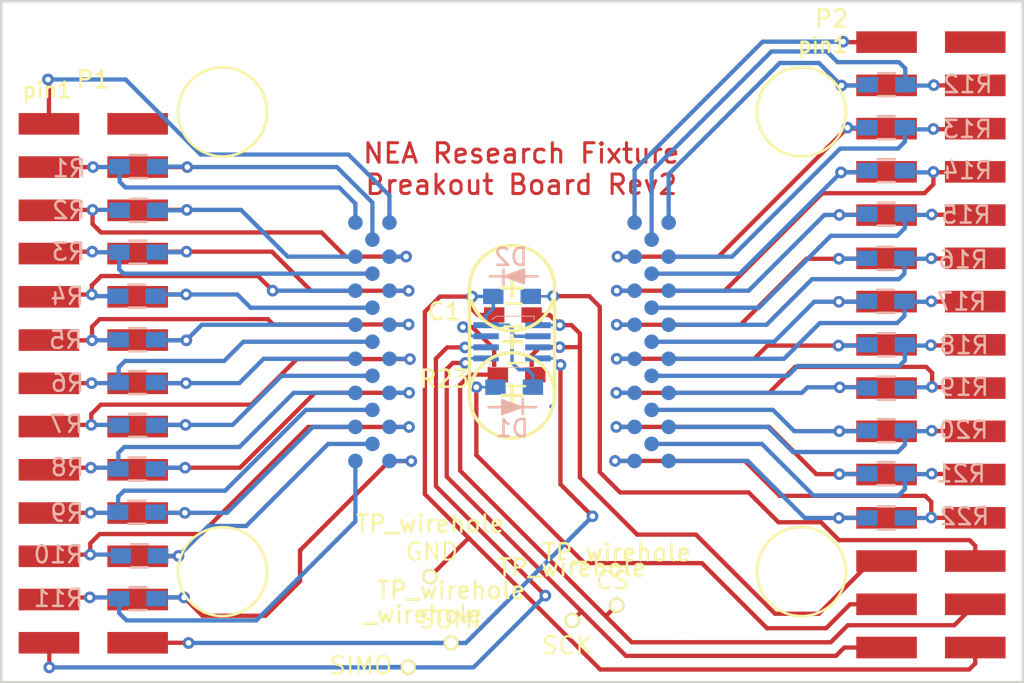
<source format=kicad_pcb>
(kicad_pcb (version 4) (host pcbnew 4.0.1-stable)

  (general
    (links 111)
    (no_connects 0)
    (area -30.075001 -26.517 30.075001 22.095)
    (thickness 1.6)
    (drawings 23)
    (tracks 596)
    (zones 0)
    (modules 38)
    (nets 57)
  )

  (page A4)
  (layers
    (0 F.Cu signal)
    (31 B.Cu signal)
    (32 B.Adhes user)
    (33 F.Adhes user)
    (34 B.Paste user)
    (35 F.Paste user)
    (36 B.SilkS user)
    (37 F.SilkS user)
    (38 B.Mask user)
    (39 F.Mask user)
    (40 Dwgs.User user)
    (41 Cmts.User user)
    (42 Eco1.User user)
    (43 Eco2.User user)
    (44 Edge.Cuts user)
    (45 Margin user)
    (46 B.CrtYd user hide)
    (47 F.CrtYd user)
    (48 B.Fab user)
    (49 F.Fab user hide)
  )

  (setup
    (last_trace_width 0.25)
    (user_trace_width 0.1524)
    (user_trace_width 0.1778)
    (user_trace_width 0.2032)
    (user_trace_width 0.254)
    (trace_clearance 0.2)
    (zone_clearance 0.508)
    (zone_45_only no)
    (trace_min 0.1524)
    (segment_width 0.2)
    (edge_width 0.15)
    (via_size 0.6858)
    (via_drill 0.3302)
    (via_min_size 0.6858)
    (via_min_drill 0.3302)
    (user_via 0.6858 0.3302)
    (uvia_size 0.3)
    (uvia_drill 0.1)
    (uvias_allowed no)
    (uvia_min_size 0.2)
    (uvia_min_drill 0.1)
    (pcb_text_width 0.3)
    (pcb_text_size 1.5 1.5)
    (mod_edge_width 0.15)
    (mod_text_size 1 1)
    (mod_text_width 0.15)
    (pad_size 1.524 1.524)
    (pad_drill 0.762)
    (pad_to_mask_clearance 0.2)
    (aux_axis_origin 0 0)
    (visible_elements 7FFEFF7F)
    (pcbplotparams
      (layerselection 0x010f4_80000001)
      (usegerberextensions true)
      (excludeedgelayer true)
      (linewidth 0.100000)
      (plotframeref false)
      (viasonmask false)
      (mode 1)
      (useauxorigin false)
      (hpglpennumber 1)
      (hpglpenspeed 20)
      (hpglpendiameter 15)
      (hpglpenoverlay 2)
      (psnegative false)
      (psa4output false)
      (plotreference true)
      (plotvalue false)
      (plotinvisibletext false)
      (padsonsilk false)
      (subtractmaskfromsilk false)
      (outputformat 1)
      (mirror false)
      (drillshape 0)
      (scaleselection 1)
      (outputdirectory project_outputs/))
  )

  (net 0 "")
  (net 1 /MID1)
  (net 2 /MID2)
  (net 3 /A1)
  (net 4 /A2)
  (net 5 /B1)
  (net 6 /B2)
  (net 7 /LED1)
  (net 8 GND)
  (net 9 /LED2)
  (net 10 "Net-(P1-Pad2)")
  (net 11 /C1)
  (net 12 /C2)
  (net 13 /D1)
  (net 14 /D2)
  (net 15 /E1)
  (net 16 /E2)
  (net 17 /F1)
  (net 18 /F2)
  (net 19 /G1)
  (net 20 /G2)
  (net 21 /H1)
  (net 22 /H2)
  (net 23 /I1)
  (net 24 /I2)
  (net 25 /J1)
  (net 26 /J2)
  (net 27 /K1)
  (net 28 /K2)
  (net 29 /L1)
  (net 30 /L2)
  (net 31 /M1)
  (net 32 /M2)
  (net 33 /N1)
  (net 34 /N2)
  (net 35 /O1)
  (net 36 /O2)
  (net 37 /P1)
  (net 38 /P2)
  (net 39 /Q1)
  (net 40 /Q2)
  (net 41 /R1)
  (net 42 /R2)
  (net 43 /S1)
  (net 44 /S2)
  (net 45 /T1)
  (net 46 /T2)
  (net 47 /U1)
  (net 48 /U2)
  (net 49 /V1)
  (net 50 /V2)
  (net 51 /VDD)
  (net 52 "Net-(P2-Pad2)")
  (net 53 /~CS)
  (net 54 /SDO)
  (net 55 /SDI)
  (net 56 /SCK)

  (net_class Default "This is the default net class."
    (clearance 0.2)
    (trace_width 0.25)
    (via_dia 0.6858)
    (via_drill 0.3302)
    (uvia_dia 0.3)
    (uvia_drill 0.1)
    (add_net /A1)
    (add_net /A2)
    (add_net /B1)
    (add_net /B2)
    (add_net /C1)
    (add_net /C2)
    (add_net /D1)
    (add_net /D2)
    (add_net /E1)
    (add_net /E2)
    (add_net /F1)
    (add_net /F2)
    (add_net /G1)
    (add_net /G2)
    (add_net /H1)
    (add_net /H2)
    (add_net /I1)
    (add_net /I2)
    (add_net /J1)
    (add_net /J2)
    (add_net /K1)
    (add_net /K2)
    (add_net /L1)
    (add_net /L2)
    (add_net /LED1)
    (add_net /LED2)
    (add_net /M1)
    (add_net /M2)
    (add_net /MID1)
    (add_net /MID2)
    (add_net /N1)
    (add_net /N2)
    (add_net /O1)
    (add_net /O2)
    (add_net /P1)
    (add_net /P2)
    (add_net /Q1)
    (add_net /Q2)
    (add_net /R1)
    (add_net /R2)
    (add_net /S1)
    (add_net /S2)
    (add_net /SCK)
    (add_net /SDI)
    (add_net /SDO)
    (add_net /T1)
    (add_net /T2)
    (add_net /U1)
    (add_net /U2)
    (add_net /V1)
    (add_net /V2)
    (add_net /VDD)
    (add_net /~CS)
    (add_net GND)
    (add_net "Net-(P1-Pad2)")
    (add_net "Net-(P2-Pad2)")
  )

  (module footprints_on_Cdrive:dowel_holes2 (layer F.Cu) (tedit 5892E1F6) (tstamp 58959EFE)
    (at 0 0)
    (path /589314F8)
    (fp_text reference H3 (at -8.636 -24.392) (layer F.SilkS) hide
      (effects (font (size 1 1) (thickness 0.15)))
    )
    (fp_text value dowel_holes2 (at -8.636 -25.392) (layer F.Fab)
      (effects (font (size 1 1) (thickness 0.15)))
    )
    (pad "" np_thru_hole circle (at -27 -17.5) (size 1.6764 1.6764) (drill 1.6764) (layers *.Cu *.Mask F.SilkS))
    (pad "" np_thru_hole circle (at 12 -17.5) (size 1.6764 1.6764) (drill 1.6764) (layers *.Cu *.Mask F.SilkS))
  )

  (module Footprints:mount_holes (layer F.Cu) (tedit 58874106) (tstamp 58873C8F)
    (at 0 0)
    (path /5887E3FD)
    (fp_text reference H1 (at 0.925 19.725) (layer F.SilkS) hide
      (effects (font (size 1 1) (thickness 0.15)))
    )
    (fp_text value mount_holes (at 1.325 17.925) (layer F.Fab) hide
      (effects (font (size 1 1) (thickness 0.15)))
    )
    (fp_circle (center -17 -13.5) (end -19.6122 -13.5) (layer F.SilkS) (width 0.15))
    (fp_circle (center 17 13.5) (end 19.6122 13.5) (layer F.SilkS) (width 0.15))
    (fp_circle (center 17 -13.5) (end 19.6122 -13.5) (layer F.SilkS) (width 0.15))
    (fp_circle (center -17 13.5) (end -19.6122 13.5) (layer F.SilkS) (width 0.15))
    (pad "" np_thru_hole circle (at -17 -13.5) (size 3.7 3.7) (drill 3.7) (layers *.Cu *.Mask F.SilkS))
    (pad "" np_thru_hole circle (at -17 13.5) (size 3.7 3.7) (drill 3.7) (layers *.Cu *.Mask F.SilkS))
    (pad "" np_thru_hole circle (at 17 13.5) (size 3.7 3.7) (drill 3.7) (layers *.Cu *.Mask F.SilkS))
    (pad "" np_thru_hole circle (at 17 -13.5) (size 3.7 3.7) (drill 3.7) (layers *.Cu *.Mask F.SilkS))
  )

  (module Footprints:header_smt_2x13 (layer F.Cu) (tedit 5887072C) (tstamp 58870A2D)
    (at -27.2 -12.8 270)
    (path /5886C19D)
    (fp_text reference P1 (at -2.6 -2.6 360) (layer F.SilkS)
      (effects (font (size 1 1) (thickness 0.15)))
    )
    (fp_text value CONN_02X13 (at 33.16 -2.36 360) (layer F.Fab) hide
      (effects (font (size 1 1) (thickness 0.15)))
    )
    (pad 1 smd rect (at 0 0 270) (size 1.27 3.56) (layers F.Cu F.Paste F.Mask)
      (net 1 /MID1))
    (pad 2 smd rect (at 0 -5.21 270) (size 1.27 3.56) (layers F.Cu F.Paste F.Mask)
      (net 10 "Net-(P1-Pad2)"))
    (pad 3 smd rect (at 2.54 0 270) (size 1.27 3.56) (layers F.Cu F.Paste F.Mask)
      (net 3 /A1))
    (pad 4 smd rect (at 2.54 -5.21 270) (size 1.27 3.56) (layers F.Cu F.Paste F.Mask)
      (net 4 /A2))
    (pad 5 smd rect (at 5.08 0 270) (size 1.27 3.56) (layers F.Cu F.Paste F.Mask)
      (net 5 /B1))
    (pad 6 smd rect (at 5.08 -5.21 270) (size 1.27 3.56) (layers F.Cu F.Paste F.Mask)
      (net 6 /B2))
    (pad 7 smd rect (at 7.62 0 270) (size 1.27 3.56) (layers F.Cu F.Paste F.Mask)
      (net 11 /C1))
    (pad 8 smd rect (at 7.62 -5.21 270) (size 1.27 3.56) (layers F.Cu F.Paste F.Mask)
      (net 12 /C2))
    (pad 9 smd rect (at 10.16 0 270) (size 1.27 3.56) (layers F.Cu F.Paste F.Mask)
      (net 13 /D1))
    (pad 10 smd rect (at 10.16 -5.21 270) (size 1.27 3.56) (layers F.Cu F.Paste F.Mask)
      (net 14 /D2))
    (pad 11 smd rect (at 12.7 0 270) (size 1.27 3.56) (layers F.Cu F.Paste F.Mask)
      (net 15 /E1))
    (pad 12 smd rect (at 12.7 -5.21 270) (size 1.27 3.56) (layers F.Cu F.Paste F.Mask)
      (net 16 /E2))
    (pad 13 smd rect (at 15.24 0 270) (size 1.27 3.56) (layers F.Cu F.Paste F.Mask)
      (net 17 /F1))
    (pad 14 smd rect (at 15.24 -5.21 270) (size 1.27 3.56) (layers F.Cu F.Paste F.Mask)
      (net 18 /F2))
    (pad 15 smd rect (at 17.78 0 270) (size 1.27 3.56) (layers F.Cu F.Paste F.Mask)
      (net 19 /G1))
    (pad 16 smd rect (at 17.78 -5.21 270) (size 1.27 3.56) (layers F.Cu F.Paste F.Mask)
      (net 20 /G2))
    (pad 17 smd rect (at 20.32 0 270) (size 1.27 3.56) (layers F.Cu F.Paste F.Mask)
      (net 21 /H1))
    (pad 18 smd rect (at 20.32 -5.21 270) (size 1.27 3.56) (layers F.Cu F.Paste F.Mask)
      (net 22 /H2))
    (pad 19 smd rect (at 22.86 0 270) (size 1.27 3.56) (layers F.Cu F.Paste F.Mask)
      (net 23 /I1))
    (pad 20 smd rect (at 22.86 -5.21 270) (size 1.27 3.56) (layers F.Cu F.Paste F.Mask)
      (net 24 /I2))
    (pad 21 smd rect (at 25.4 0 270) (size 1.27 3.56) (layers F.Cu F.Paste F.Mask)
      (net 25 /J1))
    (pad 22 smd rect (at 25.4 -5.21 270) (size 1.27 3.56) (layers F.Cu F.Paste F.Mask)
      (net 26 /J2))
    (pad 23 smd rect (at 27.94 0 270) (size 1.27 3.56) (layers F.Cu F.Paste F.Mask)
      (net 27 /K1))
    (pad 24 smd rect (at 27.94 -5.21 270) (size 1.27 3.56) (layers F.Cu F.Paste F.Mask)
      (net 28 /K2))
    (pad 25 smd rect (at 30.48 0 270) (size 1.27 3.56) (layers F.Cu F.Paste F.Mask)
      (net 55 /SDI))
    (pad 26 smd rect (at 30.48 -5.21 270) (size 1.27 3.56) (layers F.Cu F.Paste F.Mask)
      (net 54 /SDO))
  )

  (module Footprints:header_smt_2x15 (layer F.Cu) (tedit 58872599) (tstamp 58870A6B)
    (at 22 -17.6 270)
    (path /5886C14C)
    (fp_text reference P2 (at -1.3738 3.2326 360) (layer F.SilkS)
      (effects (font (size 1 1) (thickness 0.15)))
    )
    (fp_text value CONN_02X15 (at 38.72 -2.32 360) (layer F.Fab) hide
      (effects (font (size 1 1) (thickness 0.15)))
    )
    (pad 1 smd rect (at 0 0 270) (size 1.27 3.56) (layers F.Cu F.Paste F.Mask)
      (net 2 /MID2))
    (pad 2 smd rect (at 0 -5.21 270) (size 1.27 3.56) (layers F.Cu F.Paste F.Mask)
      (net 52 "Net-(P2-Pad2)"))
    (pad 3 smd rect (at 2.54 0 270) (size 1.27 3.56) (layers F.Cu F.Paste F.Mask)
      (net 29 /L1))
    (pad 4 smd rect (at 2.54 -5.21 270) (size 1.27 3.56) (layers F.Cu F.Paste F.Mask)
      (net 30 /L2))
    (pad 5 smd rect (at 5.08 0 270) (size 1.27 3.56) (layers F.Cu F.Paste F.Mask)
      (net 31 /M1))
    (pad 6 smd rect (at 5.08 -5.21 270) (size 1.27 3.56) (layers F.Cu F.Paste F.Mask)
      (net 32 /M2))
    (pad 7 smd rect (at 7.62 0 270) (size 1.27 3.56) (layers F.Cu F.Paste F.Mask)
      (net 33 /N1))
    (pad 8 smd rect (at 7.62 -5.21 270) (size 1.27 3.56) (layers F.Cu F.Paste F.Mask)
      (net 34 /N2))
    (pad 9 smd rect (at 10.16 0 270) (size 1.27 3.56) (layers F.Cu F.Paste F.Mask)
      (net 35 /O1))
    (pad 10 smd rect (at 10.16 -5.21 270) (size 1.27 3.56) (layers F.Cu F.Paste F.Mask)
      (net 36 /O2))
    (pad 11 smd rect (at 12.7 0 270) (size 1.27 3.56) (layers F.Cu F.Paste F.Mask)
      (net 37 /P1))
    (pad 12 smd rect (at 12.7 -5.21 270) (size 1.27 3.56) (layers F.Cu F.Paste F.Mask)
      (net 38 /P2))
    (pad 13 smd rect (at 15.24 0 270) (size 1.27 3.56) (layers F.Cu F.Paste F.Mask)
      (net 39 /Q1))
    (pad 14 smd rect (at 15.24 -5.21 270) (size 1.27 3.56) (layers F.Cu F.Paste F.Mask)
      (net 40 /Q2))
    (pad 15 smd rect (at 17.78 0 270) (size 1.27 3.56) (layers F.Cu F.Paste F.Mask)
      (net 41 /R1))
    (pad 16 smd rect (at 17.78 -5.21 270) (size 1.27 3.56) (layers F.Cu F.Paste F.Mask)
      (net 42 /R2))
    (pad 17 smd rect (at 20.32 0 270) (size 1.27 3.56) (layers F.Cu F.Paste F.Mask)
      (net 43 /S1))
    (pad 18 smd rect (at 20.32 -5.21 270) (size 1.27 3.56) (layers F.Cu F.Paste F.Mask)
      (net 44 /S2))
    (pad 19 smd rect (at 22.86 0 270) (size 1.27 3.56) (layers F.Cu F.Paste F.Mask)
      (net 45 /T1))
    (pad 20 smd rect (at 22.86 -5.21 270) (size 1.27 3.56) (layers F.Cu F.Paste F.Mask)
      (net 46 /T2))
    (pad 21 smd rect (at 25.4 0 270) (size 1.27 3.56) (layers F.Cu F.Paste F.Mask)
      (net 47 /U1))
    (pad 22 smd rect (at 25.4 -5.21 270) (size 1.27 3.56) (layers F.Cu F.Paste F.Mask)
      (net 48 /U2))
    (pad 23 smd rect (at 27.94 0 270) (size 1.27 3.56) (layers F.Cu F.Paste F.Mask)
      (net 49 /V1))
    (pad 24 smd rect (at 27.94 -5.21 270) (size 1.27 3.56) (layers F.Cu F.Paste F.Mask)
      (net 50 /V2))
    (pad 25 smd rect (at 30.48 0 270) (size 1.27 3.56) (layers F.Cu F.Paste F.Mask)
      (net 51 /VDD))
    (pad 26 smd rect (at 30.48 -5.21 270) (size 1.27 3.56) (layers F.Cu F.Paste F.Mask)
      (net 9 /LED2))
    (pad 27 smd rect (at 33.02 0 270) (size 1.27 3.56) (layers F.Cu F.Paste F.Mask)
      (net 7 /LED1))
    (pad 28 smd rect (at 33.02 -5.21 270) (size 1.27 3.56) (layers F.Cu F.Paste F.Mask)
      (net 53 /~CS))
    (pad 29 smd rect (at 35.56 0 270) (size 1.27 3.56) (layers F.Cu F.Paste F.Mask)
      (net 56 /SCK))
    (pad 30 smd rect (at 35.56 -5.21 270) (size 1.27 3.56) (layers F.Cu F.Paste F.Mask)
      (net 8 GND))
  )

  (module Footprints:bondpads (layer B.Cu) (tedit 5886F4EF) (tstamp 588711FB)
    (at 0 0 180)
    (path /58831B10)
    (fp_text reference BP1 (at -1.8 -0.5 180) (layer B.SilkS) hide
      (effects (font (size 1 1) (thickness 0.15)) (justify mirror))
    )
    (fp_text value "Die Bond Pads" (at -1.8 0.5 180) (layer B.Fab) hide
      (effects (font (size 1 1) (thickness 0.15)) (justify mirror))
    )
    (pad 1 smd circle (at -7.2 7 180) (size 0.86 0.86) (layers B.Cu B.Paste B.Mask)
      (net 2 /MID2))
    (pad 2 smd circle (at 7.2 7 180) (size 0.86 0.86) (layers B.Cu B.Paste B.Mask)
      (net 1 /MID1))
    (pad 3 smd circle (at 9.2 7 180) (size 0.86 0.86) (layers B.Cu B.Paste B.Mask)
      (net 3 /A1))
    (pad 4 smd circle (at 8.2 6 180) (size 0.86 0.86) (layers B.Cu B.Paste B.Mask)
      (net 4 /A2))
    (pad 5 smd circle (at 7.2 5 180) (size 0.86 0.86) (layers B.Cu B.Paste B.Mask)
      (net 5 /B1))
    (pad 6 smd circle (at 9.2 5 180) (size 0.86 0.86) (layers B.Cu B.Paste B.Mask)
      (net 6 /B2))
    (pad 7 smd circle (at 8.2 4 180) (size 0.86 0.86) (layers B.Cu B.Paste B.Mask)
      (net 11 /C1))
    (pad 8 smd circle (at 7.2 3 180) (size 0.86 0.86) (layers B.Cu B.Paste B.Mask)
      (net 12 /C2))
    (pad 9 smd circle (at 9.2 3 180) (size 0.86 0.86) (layers B.Cu B.Paste B.Mask)
      (net 13 /D1))
    (pad 10 smd circle (at 8.2 2 180) (size 0.86 0.86) (layers B.Cu B.Paste B.Mask)
      (net 14 /D2))
    (pad 11 smd circle (at 7.2 1 180) (size 0.86 0.86) (layers B.Cu B.Paste B.Mask)
      (net 15 /E1))
    (pad 12 smd circle (at 9.2 1 180) (size 0.86 0.86) (layers B.Cu B.Paste B.Mask)
      (net 16 /E2))
    (pad 13 smd circle (at 8.2 0 180) (size 0.86 0.86) (layers B.Cu B.Paste B.Mask)
      (net 17 /F1))
    (pad 14 smd circle (at 9.2 -1 180) (size 0.86 0.86) (layers B.Cu B.Paste B.Mask)
      (net 18 /F2))
    (pad 15 smd circle (at 7.2 -1 180) (size 0.86 0.86) (layers B.Cu B.Paste B.Mask)
      (net 19 /G1))
    (pad 16 smd circle (at 8.2 -2 180) (size 0.86 0.86) (layers B.Cu B.Paste B.Mask)
      (net 20 /G2))
    (pad 17 smd circle (at 9.2 -3 180) (size 0.86 0.86) (layers B.Cu B.Paste B.Mask)
      (net 21 /H1))
    (pad 18 smd circle (at 7.2 -3 180) (size 0.86 0.86) (layers B.Cu B.Paste B.Mask)
      (net 22 /H2))
    (pad 19 smd circle (at 8.2 -4 180) (size 0.86 0.86) (layers B.Cu B.Paste B.Mask)
      (net 23 /I1))
    (pad 20 smd circle (at 9.2 -5 180) (size 0.86 0.86) (layers B.Cu B.Paste B.Mask)
      (net 24 /I2))
    (pad 21 smd circle (at 7.2 -5 180) (size 0.86 0.86) (layers B.Cu B.Paste B.Mask)
      (net 25 /J1))
    (pad 22 smd circle (at 8.2 -6 180) (size 0.86 0.86) (layers B.Cu B.Paste B.Mask)
      (net 26 /J2))
    (pad 23 smd circle (at 9.2 -7 180) (size 0.86 0.86) (layers B.Cu B.Paste B.Mask)
      (net 27 /K1))
    (pad 24 smd circle (at 7.2 -7 180) (size 0.86 0.86) (layers B.Cu B.Paste B.Mask)
      (net 28 /K2))
    (pad 25 smd circle (at -9.2 7 180) (size 0.86 0.86) (layers B.Cu B.Paste B.Mask)
      (net 29 /L1))
    (pad 26 smd circle (at -8.2 6 180) (size 0.86 0.86) (layers B.Cu B.Paste B.Mask)
      (net 30 /L2))
    (pad 27 smd circle (at -7.2 5 180) (size 0.86 0.86) (layers B.Cu B.Paste B.Mask)
      (net 31 /M1))
    (pad 28 smd circle (at -9.2 5 180) (size 0.86 0.86) (layers B.Cu B.Paste B.Mask)
      (net 32 /M2))
    (pad 29 smd circle (at -8.2 4 180) (size 0.86 0.86) (layers B.Cu B.Paste B.Mask)
      (net 33 /N1))
    (pad 30 smd circle (at -7.2 3 180) (size 0.86 0.86) (layers B.Cu B.Paste B.Mask)
      (net 34 /N2))
    (pad 31 smd circle (at -9.2 3 180) (size 0.86 0.86) (layers B.Cu B.Paste B.Mask)
      (net 35 /O1))
    (pad 32 smd circle (at -8.2 2 180) (size 0.86 0.86) (layers B.Cu B.Paste B.Mask)
      (net 36 /O2))
    (pad 33 smd circle (at -7.2 1 180) (size 0.86 0.86) (layers B.Cu B.Paste B.Mask)
      (net 37 /P1))
    (pad 34 smd circle (at -9.2 1 180) (size 0.86 0.86) (layers B.Cu B.Paste B.Mask)
      (net 38 /P2))
    (pad 35 smd circle (at -8.2 0 180) (size 0.86 0.86) (layers B.Cu B.Paste B.Mask)
      (net 39 /Q1))
    (pad 36 smd circle (at -9.2 -1 180) (size 0.86 0.86) (layers B.Cu B.Paste B.Mask)
      (net 40 /Q2))
    (pad 37 smd circle (at -7.2 -1 180) (size 0.86 0.86) (layers B.Cu B.Paste B.Mask)
      (net 41 /R1))
    (pad 38 smd circle (at -8.2 -2 180) (size 0.86 0.86) (layers B.Cu B.Paste B.Mask)
      (net 42 /R2))
    (pad 39 smd circle (at -9.2 -3 180) (size 0.86 0.86) (layers B.Cu B.Paste B.Mask)
      (net 43 /S1))
    (pad 40 smd circle (at -7.2 -3 180) (size 0.86 0.86) (layers B.Cu B.Paste B.Mask)
      (net 44 /S2))
    (pad 41 smd circle (at -8.2 -4 180) (size 0.86 0.86) (layers B.Cu B.Paste B.Mask)
      (net 45 /T1))
    (pad 42 smd circle (at -9.2 -5 180) (size 0.86 0.86) (layers B.Cu B.Paste B.Mask)
      (net 46 /T2))
    (pad 43 smd circle (at -7.2 -5 180) (size 0.86 0.86) (layers B.Cu B.Paste B.Mask)
      (net 47 /U1))
    (pad 44 smd circle (at -8.2 -6 180) (size 0.86 0.86) (layers B.Cu B.Paste B.Mask)
      (net 48 /U2))
    (pad 45 smd circle (at -9.2 -7 180) (size 0.86 0.86) (layers B.Cu B.Paste B.Mask)
      (net 49 /V1))
    (pad 46 smd circle (at -7.2 -7 180) (size 0.86 0.86) (layers B.Cu B.Paste B.Mask)
      (net 50 /V2))
  )

  (module Footprints:dowel_holes (layer F.Cu) (tedit 58870316) (tstamp 5887146C)
    (at 0 0)
    (path /5887E2E5)
    (fp_text reference H2 (at 0 0.5) (layer F.SilkS) hide
      (effects (font (size 1 1) (thickness 0.15)))
    )
    (fp_text value dowel_holes (at 0 -0.5) (layer F.Fab) hide
      (effects (font (size 1 1) (thickness 0.15)))
    )
    (pad "" np_thru_hole circle (at -10 -15.5) (size 3.2 3.2) (drill 3.2) (layers *.Cu *.Mask F.SilkS))
    (pad "" np_thru_hole circle (at -10 15.5) (size 3.2 3.2) (drill 3.2) (layers *.Cu *.Mask F.SilkS))
    (pad "" np_thru_hole circle (at 10 15.5) (size 3.2 3.2) (drill 3.2) (layers *.Cu *.Mask F.SilkS))
    (pad "" np_thru_hole circle (at 7 -15.5) (size 3.2 3.2) (drill 3.2) (layers *.Cu *.Mask F.SilkS))
  )

  (module Footprints:0603_diode (layer B.Cu) (tedit 58A7EF8B) (tstamp 58870A0D)
    (at 0 -2.667)
    (descr "Resistor SMD 0603, hand soldering")
    (tags "resistor 0603")
    (path /588749CF)
    (attr smd)
    (fp_text reference D2 (at -0.06604 -2.3114) (layer B.SilkS)
      (effects (font (size 1 1) (thickness 0.15)) (justify mirror))
    )
    (fp_text value LED_SMT (at 0.62 -4.07) (layer B.Fab) hide
      (effects (font (size 1 1) (thickness 0.15)) (justify mirror))
    )
    (fp_line (start -0.5 -1.175) (end -1.3 -1.175) (layer B.SilkS) (width 0.15))
    (fp_line (start 0.8 -1.175) (end 1.5 -1.175) (layer B.SilkS) (width 0.15))
    (fp_line (start -0.1 -1.175) (end 0.6 -0.875) (layer B.SilkS) (width 0.15))
    (fp_line (start 0.6 -0.875) (end 0 -1.275) (layer B.SilkS) (width 0.15))
    (fp_line (start 0 -1.275) (end 0.6 -0.975) (layer B.SilkS) (width 0.15))
    (fp_line (start 0.6 -0.975) (end 0.2 -1.275) (layer B.SilkS) (width 0.15))
    (fp_line (start 0.2 -1.275) (end 0.6 -1.075) (layer B.SilkS) (width 0.15))
    (fp_line (start 0.6 -1.075) (end 0.3 -1.375) (layer B.SilkS) (width 0.15))
    (fp_line (start 0.3 -1.375) (end 0.6 -1.175) (layer B.SilkS) (width 0.15))
    (fp_line (start 0.6 -1.175) (end 0.6 -1.475) (layer B.SilkS) (width 0.15))
    (fp_line (start 0.6 -1.475) (end 0.5 -1.375) (layer B.SilkS) (width 0.15))
    (fp_line (start 0.5 -1.375) (end 0.2 -1.275) (layer B.SilkS) (width 0.15))
    (fp_line (start 0.2 -1.275) (end 0.2 -1.175) (layer B.SilkS) (width 0.15))
    (fp_line (start -0.5 -0.675) (end -0.5 -1.575) (layer B.SilkS) (width 0.15))
    (fp_line (start 0.7 -0.775) (end 0.7 -1.575) (layer B.SilkS) (width 0.15))
    (fp_line (start 0.7 -1.575) (end -0.4 -1.175) (layer B.SilkS) (width 0.15))
    (fp_line (start -0.4 -1.175) (end 0.7 -0.775) (layer B.SilkS) (width 0.15))
    (pad 1 smd rect (at 1.1 0) (size 1.2 0.9) (layers B.Cu B.Paste B.Mask)
      (net 9 /LED2))
    (pad 2 smd rect (at -1.1 0) (size 1.2 0.9) (layers B.Cu B.Paste B.Mask)
      (net 8 GND))
    (model Resistors_SMD.3dshapes/R_0603_HandSoldering.wrl
      (at (xyz 0 0 0))
      (scale (xyz 1 1 1))
      (rotate (xyz 0 0 0))
    )
  )

  (module Footprints:0603_diode (layer B.Cu) (tedit 58A7EF7D) (tstamp 588709ED)
    (at 0.127 2.667 180)
    (descr "Resistor SMD 0603, hand soldering")
    (tags "resistor 0603")
    (path /58874337)
    (attr smd)
    (fp_text reference D1 (at 0.127 -2.413 180) (layer B.SilkS)
      (effects (font (size 1 1) (thickness 0.15)) (justify mirror))
    )
    (fp_text value LED_SMT (at 0.62 -4.07 180) (layer B.Fab) hide
      (effects (font (size 1 1) (thickness 0.15)) (justify mirror))
    )
    (fp_line (start -0.5 -1.175) (end -1.3 -1.175) (layer B.SilkS) (width 0.15))
    (fp_line (start 0.8 -1.175) (end 1.5 -1.175) (layer B.SilkS) (width 0.15))
    (fp_line (start -0.1 -1.175) (end 0.6 -0.875) (layer B.SilkS) (width 0.15))
    (fp_line (start 0.6 -0.875) (end 0 -1.275) (layer B.SilkS) (width 0.15))
    (fp_line (start 0 -1.275) (end 0.6 -0.975) (layer B.SilkS) (width 0.15))
    (fp_line (start 0.6 -0.975) (end 0.2 -1.275) (layer B.SilkS) (width 0.15))
    (fp_line (start 0.2 -1.275) (end 0.6 -1.075) (layer B.SilkS) (width 0.15))
    (fp_line (start 0.6 -1.075) (end 0.3 -1.375) (layer B.SilkS) (width 0.15))
    (fp_line (start 0.3 -1.375) (end 0.6 -1.175) (layer B.SilkS) (width 0.15))
    (fp_line (start 0.6 -1.175) (end 0.6 -1.475) (layer B.SilkS) (width 0.15))
    (fp_line (start 0.6 -1.475) (end 0.5 -1.375) (layer B.SilkS) (width 0.15))
    (fp_line (start 0.5 -1.375) (end 0.2 -1.275) (layer B.SilkS) (width 0.15))
    (fp_line (start 0.2 -1.275) (end 0.2 -1.175) (layer B.SilkS) (width 0.15))
    (fp_line (start -0.5 -0.675) (end -0.5 -1.575) (layer B.SilkS) (width 0.15))
    (fp_line (start 0.7 -0.775) (end 0.7 -1.575) (layer B.SilkS) (width 0.15))
    (fp_line (start 0.7 -1.575) (end -0.4 -1.175) (layer B.SilkS) (width 0.15))
    (fp_line (start -0.4 -1.175) (end 0.7 -0.775) (layer B.SilkS) (width 0.15))
    (pad 1 smd rect (at 1.1 0 180) (size 1.2 0.9) (layers B.Cu B.Paste B.Mask)
      (net 7 /LED1))
    (pad 2 smd rect (at -1.1 0 180) (size 1.2 0.9) (layers B.Cu B.Paste B.Mask)
      (net 8 GND))
    (model Resistors_SMD.3dshapes/R_0603_HandSoldering.wrl
      (at (xyz 0 0 0))
      (scale (xyz 1 1 1))
      (rotate (xyz 0 0 0))
    )
  )

  (module Resistors_SMD:R_0603_HandSoldering (layer B.Cu) (tedit 58A805C0) (tstamp 58A6AD50)
    (at -21.9456 -10.287)
    (descr "Resistor SMD 0603, hand soldering")
    (tags "resistor 0603")
    (path /5886D086)
    (attr smd)
    (fp_text reference R1 (at -4.06908 0.10668) (layer B.SilkS)
      (effects (font (size 1 1) (thickness 0.15)) (justify mirror))
    )
    (fp_text value 1k (at 0 -1.9) (layer B.Fab)
      (effects (font (size 1 1) (thickness 0.15)) (justify mirror))
    )
    (fp_line (start -0.8 -0.4) (end -0.8 0.4) (layer B.Fab) (width 0.1))
    (fp_line (start 0.8 -0.4) (end -0.8 -0.4) (layer B.Fab) (width 0.1))
    (fp_line (start 0.8 0.4) (end 0.8 -0.4) (layer B.Fab) (width 0.1))
    (fp_line (start -0.8 0.4) (end 0.8 0.4) (layer B.Fab) (width 0.1))
    (fp_line (start -2 0.8) (end 2 0.8) (layer B.CrtYd) (width 0.05))
    (fp_line (start -2 -0.8) (end 2 -0.8) (layer B.CrtYd) (width 0.05))
    (fp_line (start -2 0.8) (end -2 -0.8) (layer B.CrtYd) (width 0.05))
    (fp_line (start 2 0.8) (end 2 -0.8) (layer B.CrtYd) (width 0.05))
    (fp_line (start 0.5 -0.675) (end -0.5 -0.675) (layer B.SilkS) (width 0.15))
    (fp_line (start -0.5 0.675) (end 0.5 0.675) (layer B.SilkS) (width 0.15))
    (pad 1 smd rect (at -1.1 0) (size 1.2 0.9) (layers B.Cu B.Paste B.Mask)
      (net 3 /A1))
    (pad 2 smd rect (at 1.1 0) (size 1.2 0.9) (layers B.Cu B.Paste B.Mask)
      (net 4 /A2))
    (model Resistors_SMD.3dshapes/R_0603_HandSoldering.wrl
      (at (xyz 0 0 0))
      (scale (xyz 1 1 1))
      (rotate (xyz 0 0 0))
    )
  )

  (module Resistors_SMD:R_0603_HandSoldering (layer B.Cu) (tedit 58A805C6) (tstamp 58A6AD5F)
    (at -21.9456 -7.7216)
    (descr "Resistor SMD 0603, hand soldering")
    (tags "resistor 0603")
    (path /58881A29)
    (attr smd)
    (fp_text reference R2 (at -4.0894 0) (layer B.SilkS)
      (effects (font (size 1 1) (thickness 0.15)) (justify mirror))
    )
    (fp_text value 1.5k (at 0 -1.9) (layer B.Fab)
      (effects (font (size 1 1) (thickness 0.15)) (justify mirror))
    )
    (fp_line (start -0.8 -0.4) (end -0.8 0.4) (layer B.Fab) (width 0.1))
    (fp_line (start 0.8 -0.4) (end -0.8 -0.4) (layer B.Fab) (width 0.1))
    (fp_line (start 0.8 0.4) (end 0.8 -0.4) (layer B.Fab) (width 0.1))
    (fp_line (start -0.8 0.4) (end 0.8 0.4) (layer B.Fab) (width 0.1))
    (fp_line (start -2 0.8) (end 2 0.8) (layer B.CrtYd) (width 0.05))
    (fp_line (start -2 -0.8) (end 2 -0.8) (layer B.CrtYd) (width 0.05))
    (fp_line (start -2 0.8) (end -2 -0.8) (layer B.CrtYd) (width 0.05))
    (fp_line (start 2 0.8) (end 2 -0.8) (layer B.CrtYd) (width 0.05))
    (fp_line (start 0.5 -0.675) (end -0.5 -0.675) (layer B.SilkS) (width 0.15))
    (fp_line (start -0.5 0.675) (end 0.5 0.675) (layer B.SilkS) (width 0.15))
    (pad 1 smd rect (at -1.1 0) (size 1.2 0.9) (layers B.Cu B.Paste B.Mask)
      (net 5 /B1))
    (pad 2 smd rect (at 1.1 0) (size 1.2 0.9) (layers B.Cu B.Paste B.Mask)
      (net 6 /B2))
    (model Resistors_SMD.3dshapes/R_0603_HandSoldering.wrl
      (at (xyz 0 0 0))
      (scale (xyz 1 1 1))
      (rotate (xyz 0 0 0))
    )
  )

  (module Resistors_SMD:R_0603_HandSoldering (layer B.Cu) (tedit 58A805CB) (tstamp 58A6AD6E)
    (at -21.971 -5.2578)
    (descr "Resistor SMD 0603, hand soldering")
    (tags "resistor 0603")
    (path /58881C51)
    (attr smd)
    (fp_text reference R3 (at -4.08432 -0.0254) (layer B.SilkS)
      (effects (font (size 1 1) (thickness 0.15)) (justify mirror))
    )
    (fp_text value 2k (at 0 -1.9) (layer B.Fab)
      (effects (font (size 1 1) (thickness 0.15)) (justify mirror))
    )
    (fp_line (start -0.8 -0.4) (end -0.8 0.4) (layer B.Fab) (width 0.1))
    (fp_line (start 0.8 -0.4) (end -0.8 -0.4) (layer B.Fab) (width 0.1))
    (fp_line (start 0.8 0.4) (end 0.8 -0.4) (layer B.Fab) (width 0.1))
    (fp_line (start -0.8 0.4) (end 0.8 0.4) (layer B.Fab) (width 0.1))
    (fp_line (start -2 0.8) (end 2 0.8) (layer B.CrtYd) (width 0.05))
    (fp_line (start -2 -0.8) (end 2 -0.8) (layer B.CrtYd) (width 0.05))
    (fp_line (start -2 0.8) (end -2 -0.8) (layer B.CrtYd) (width 0.05))
    (fp_line (start 2 0.8) (end 2 -0.8) (layer B.CrtYd) (width 0.05))
    (fp_line (start 0.5 -0.675) (end -0.5 -0.675) (layer B.SilkS) (width 0.15))
    (fp_line (start -0.5 0.675) (end 0.5 0.675) (layer B.SilkS) (width 0.15))
    (pad 1 smd rect (at -1.1 0) (size 1.2 0.9) (layers B.Cu B.Paste B.Mask)
      (net 11 /C1))
    (pad 2 smd rect (at 1.1 0) (size 1.2 0.9) (layers B.Cu B.Paste B.Mask)
      (net 12 /C2))
    (model Resistors_SMD.3dshapes/R_0603_HandSoldering.wrl
      (at (xyz 0 0 0))
      (scale (xyz 1 1 1))
      (rotate (xyz 0 0 0))
    )
  )

  (module Resistors_SMD:R_0603_HandSoldering (layer B.Cu) (tedit 58A805CF) (tstamp 58A6AD7D)
    (at -22.0345 -2.6797)
    (descr "Resistor SMD 0603, hand soldering")
    (tags "resistor 0603")
    (path /58881D12)
    (attr smd)
    (fp_text reference R4 (at -4.1021 -0.00254) (layer B.SilkS)
      (effects (font (size 1 1) (thickness 0.15)) (justify mirror))
    )
    (fp_text value 2.7k (at 0 -1.9) (layer B.Fab)
      (effects (font (size 1 1) (thickness 0.15)) (justify mirror))
    )
    (fp_line (start -0.8 -0.4) (end -0.8 0.4) (layer B.Fab) (width 0.1))
    (fp_line (start 0.8 -0.4) (end -0.8 -0.4) (layer B.Fab) (width 0.1))
    (fp_line (start 0.8 0.4) (end 0.8 -0.4) (layer B.Fab) (width 0.1))
    (fp_line (start -0.8 0.4) (end 0.8 0.4) (layer B.Fab) (width 0.1))
    (fp_line (start -2 0.8) (end 2 0.8) (layer B.CrtYd) (width 0.05))
    (fp_line (start -2 -0.8) (end 2 -0.8) (layer B.CrtYd) (width 0.05))
    (fp_line (start -2 0.8) (end -2 -0.8) (layer B.CrtYd) (width 0.05))
    (fp_line (start 2 0.8) (end 2 -0.8) (layer B.CrtYd) (width 0.05))
    (fp_line (start 0.5 -0.675) (end -0.5 -0.675) (layer B.SilkS) (width 0.15))
    (fp_line (start -0.5 0.675) (end 0.5 0.675) (layer B.SilkS) (width 0.15))
    (pad 1 smd rect (at -1.1 0) (size 1.2 0.9) (layers B.Cu B.Paste B.Mask)
      (net 13 /D1))
    (pad 2 smd rect (at 1.1 0) (size 1.2 0.9) (layers B.Cu B.Paste B.Mask)
      (net 14 /D2))
    (model Resistors_SMD.3dshapes/R_0603_HandSoldering.wrl
      (at (xyz 0 0 0))
      (scale (xyz 1 1 1))
      (rotate (xyz 0 0 0))
    )
  )

  (module Resistors_SMD:R_0603_HandSoldering (layer B.Cu) (tedit 58A805D5) (tstamp 58A6AD8C)
    (at -22.00656 -0.12192)
    (descr "Resistor SMD 0603, hand soldering")
    (tags "resistor 0603")
    (path /58881DFE)
    (attr smd)
    (fp_text reference R5 (at -4.21132 0.02032) (layer B.SilkS)
      (effects (font (size 1 1) (thickness 0.15)) (justify mirror))
    )
    (fp_text value 3.3k (at 0 -1.9) (layer B.Fab)
      (effects (font (size 1 1) (thickness 0.15)) (justify mirror))
    )
    (fp_line (start -0.8 -0.4) (end -0.8 0.4) (layer B.Fab) (width 0.1))
    (fp_line (start 0.8 -0.4) (end -0.8 -0.4) (layer B.Fab) (width 0.1))
    (fp_line (start 0.8 0.4) (end 0.8 -0.4) (layer B.Fab) (width 0.1))
    (fp_line (start -0.8 0.4) (end 0.8 0.4) (layer B.Fab) (width 0.1))
    (fp_line (start -2 0.8) (end 2 0.8) (layer B.CrtYd) (width 0.05))
    (fp_line (start -2 -0.8) (end 2 -0.8) (layer B.CrtYd) (width 0.05))
    (fp_line (start -2 0.8) (end -2 -0.8) (layer B.CrtYd) (width 0.05))
    (fp_line (start 2 0.8) (end 2 -0.8) (layer B.CrtYd) (width 0.05))
    (fp_line (start 0.5 -0.675) (end -0.5 -0.675) (layer B.SilkS) (width 0.15))
    (fp_line (start -0.5 0.675) (end 0.5 0.675) (layer B.SilkS) (width 0.15))
    (pad 1 smd rect (at -1.1 0) (size 1.2 0.9) (layers B.Cu B.Paste B.Mask)
      (net 15 /E1))
    (pad 2 smd rect (at 1.1 0) (size 1.2 0.9) (layers B.Cu B.Paste B.Mask)
      (net 16 /E2))
    (model Resistors_SMD.3dshapes/R_0603_HandSoldering.wrl
      (at (xyz 0 0 0))
      (scale (xyz 1 1 1))
      (rotate (xyz 0 0 0))
    )
  )

  (module Resistors_SMD:R_0603_HandSoldering (layer B.Cu) (tedit 58A805D9) (tstamp 58A6AD9B)
    (at -22.00656 2.39776)
    (descr "Resistor SMD 0603, hand soldering")
    (tags "resistor 0603")
    (path /588823FB)
    (attr smd)
    (fp_text reference R6 (at -4.10972 0.02032) (layer B.SilkS)
      (effects (font (size 1 1) (thickness 0.15)) (justify mirror))
    )
    (fp_text value 3.9k (at 0 -1.9) (layer B.Fab)
      (effects (font (size 1 1) (thickness 0.15)) (justify mirror))
    )
    (fp_line (start -0.8 -0.4) (end -0.8 0.4) (layer B.Fab) (width 0.1))
    (fp_line (start 0.8 -0.4) (end -0.8 -0.4) (layer B.Fab) (width 0.1))
    (fp_line (start 0.8 0.4) (end 0.8 -0.4) (layer B.Fab) (width 0.1))
    (fp_line (start -0.8 0.4) (end 0.8 0.4) (layer B.Fab) (width 0.1))
    (fp_line (start -2 0.8) (end 2 0.8) (layer B.CrtYd) (width 0.05))
    (fp_line (start -2 -0.8) (end 2 -0.8) (layer B.CrtYd) (width 0.05))
    (fp_line (start -2 0.8) (end -2 -0.8) (layer B.CrtYd) (width 0.05))
    (fp_line (start 2 0.8) (end 2 -0.8) (layer B.CrtYd) (width 0.05))
    (fp_line (start 0.5 -0.675) (end -0.5 -0.675) (layer B.SilkS) (width 0.15))
    (fp_line (start -0.5 0.675) (end 0.5 0.675) (layer B.SilkS) (width 0.15))
    (pad 1 smd rect (at -1.1 0) (size 1.2 0.9) (layers B.Cu B.Paste B.Mask)
      (net 17 /F1))
    (pad 2 smd rect (at 1.1 0) (size 1.2 0.9) (layers B.Cu B.Paste B.Mask)
      (net 18 /F2))
    (model Resistors_SMD.3dshapes/R_0603_HandSoldering.wrl
      (at (xyz 0 0 0))
      (scale (xyz 1 1 1))
      (rotate (xyz 0 0 0))
    )
  )

  (module Resistors_SMD:R_0603_HandSoldering (layer B.Cu) (tedit 58A805DD) (tstamp 58A6ADAA)
    (at -21.99132 4.91236)
    (descr "Resistor SMD 0603, hand soldering")
    (tags "resistor 0603")
    (path /5888250B)
    (attr smd)
    (fp_text reference R7 (at -4.18592 -0.0762) (layer B.SilkS)
      (effects (font (size 1 1) (thickness 0.15)) (justify mirror))
    )
    (fp_text value 4.7k (at 0 -1.9) (layer B.Fab)
      (effects (font (size 1 1) (thickness 0.15)) (justify mirror))
    )
    (fp_line (start -0.8 -0.4) (end -0.8 0.4) (layer B.Fab) (width 0.1))
    (fp_line (start 0.8 -0.4) (end -0.8 -0.4) (layer B.Fab) (width 0.1))
    (fp_line (start 0.8 0.4) (end 0.8 -0.4) (layer B.Fab) (width 0.1))
    (fp_line (start -0.8 0.4) (end 0.8 0.4) (layer B.Fab) (width 0.1))
    (fp_line (start -2 0.8) (end 2 0.8) (layer B.CrtYd) (width 0.05))
    (fp_line (start -2 -0.8) (end 2 -0.8) (layer B.CrtYd) (width 0.05))
    (fp_line (start -2 0.8) (end -2 -0.8) (layer B.CrtYd) (width 0.05))
    (fp_line (start 2 0.8) (end 2 -0.8) (layer B.CrtYd) (width 0.05))
    (fp_line (start 0.5 -0.675) (end -0.5 -0.675) (layer B.SilkS) (width 0.15))
    (fp_line (start -0.5 0.675) (end 0.5 0.675) (layer B.SilkS) (width 0.15))
    (pad 1 smd rect (at -1.1 0) (size 1.2 0.9) (layers B.Cu B.Paste B.Mask)
      (net 19 /G1))
    (pad 2 smd rect (at 1.1 0) (size 1.2 0.9) (layers B.Cu B.Paste B.Mask)
      (net 20 /G2))
    (model Resistors_SMD.3dshapes/R_0603_HandSoldering.wrl
      (at (xyz 0 0 0))
      (scale (xyz 1 1 1))
      (rotate (xyz 0 0 0))
    )
  )

  (module Resistors_SMD:R_0603_HandSoldering (layer B.Cu) (tedit 58A805E3) (tstamp 58A6ADB9)
    (at -22.0218 7.47268)
    (descr "Resistor SMD 0603, hand soldering")
    (tags "resistor 0603")
    (path /588825BA)
    (attr smd)
    (fp_text reference R8 (at -4.09448 -0.09652) (layer B.SilkS)
      (effects (font (size 1 1) (thickness 0.15)) (justify mirror))
    )
    (fp_text value 5.6k (at 0 -1.9) (layer B.Fab)
      (effects (font (size 1 1) (thickness 0.15)) (justify mirror))
    )
    (fp_line (start -0.8 -0.4) (end -0.8 0.4) (layer B.Fab) (width 0.1))
    (fp_line (start 0.8 -0.4) (end -0.8 -0.4) (layer B.Fab) (width 0.1))
    (fp_line (start 0.8 0.4) (end 0.8 -0.4) (layer B.Fab) (width 0.1))
    (fp_line (start -0.8 0.4) (end 0.8 0.4) (layer B.Fab) (width 0.1))
    (fp_line (start -2 0.8) (end 2 0.8) (layer B.CrtYd) (width 0.05))
    (fp_line (start -2 -0.8) (end 2 -0.8) (layer B.CrtYd) (width 0.05))
    (fp_line (start -2 0.8) (end -2 -0.8) (layer B.CrtYd) (width 0.05))
    (fp_line (start 2 0.8) (end 2 -0.8) (layer B.CrtYd) (width 0.05))
    (fp_line (start 0.5 -0.675) (end -0.5 -0.675) (layer B.SilkS) (width 0.15))
    (fp_line (start -0.5 0.675) (end 0.5 0.675) (layer B.SilkS) (width 0.15))
    (pad 1 smd rect (at -1.1 0) (size 1.2 0.9) (layers B.Cu B.Paste B.Mask)
      (net 21 /H1))
    (pad 2 smd rect (at 1.1 0) (size 1.2 0.9) (layers B.Cu B.Paste B.Mask)
      (net 22 /H2))
    (model Resistors_SMD.3dshapes/R_0603_HandSoldering.wrl
      (at (xyz 0 0 0))
      (scale (xyz 1 1 1))
      (rotate (xyz 0 0 0))
    )
  )

  (module Resistors_SMD:R_0603_HandSoldering (layer B.Cu) (tedit 58A805E7) (tstamp 58A6ADC8)
    (at -22.03704 10.01268)
    (descr "Resistor SMD 0603, hand soldering")
    (tags "resistor 0603")
    (path /58882694)
    (attr smd)
    (fp_text reference R9 (at -4.09956 0.04572) (layer B.SilkS)
      (effects (font (size 1 1) (thickness 0.15)) (justify mirror))
    )
    (fp_text value 6.2k (at 0 -1.9) (layer B.Fab)
      (effects (font (size 1 1) (thickness 0.15)) (justify mirror))
    )
    (fp_line (start -0.8 -0.4) (end -0.8 0.4) (layer B.Fab) (width 0.1))
    (fp_line (start 0.8 -0.4) (end -0.8 -0.4) (layer B.Fab) (width 0.1))
    (fp_line (start 0.8 0.4) (end 0.8 -0.4) (layer B.Fab) (width 0.1))
    (fp_line (start -0.8 0.4) (end 0.8 0.4) (layer B.Fab) (width 0.1))
    (fp_line (start -2 0.8) (end 2 0.8) (layer B.CrtYd) (width 0.05))
    (fp_line (start -2 -0.8) (end 2 -0.8) (layer B.CrtYd) (width 0.05))
    (fp_line (start -2 0.8) (end -2 -0.8) (layer B.CrtYd) (width 0.05))
    (fp_line (start 2 0.8) (end 2 -0.8) (layer B.CrtYd) (width 0.05))
    (fp_line (start 0.5 -0.675) (end -0.5 -0.675) (layer B.SilkS) (width 0.15))
    (fp_line (start -0.5 0.675) (end 0.5 0.675) (layer B.SilkS) (width 0.15))
    (pad 1 smd rect (at -1.1 0) (size 1.2 0.9) (layers B.Cu B.Paste B.Mask)
      (net 23 /I1))
    (pad 2 smd rect (at 1.1 0) (size 1.2 0.9) (layers B.Cu B.Paste B.Mask)
      (net 24 /I2))
    (model Resistors_SMD.3dshapes/R_0603_HandSoldering.wrl
      (at (xyz 0 0 0))
      (scale (xyz 1 1 1))
      (rotate (xyz 0 0 0))
    )
  )

  (module Resistors_SMD:R_0603_HandSoldering (layer B.Cu) (tedit 58A805EC) (tstamp 58A6ADD7)
    (at -21.88464 12.573)
    (descr "Resistor SMD 0603, hand soldering")
    (tags "resistor 0603")
    (path /58882741)
    (attr smd)
    (fp_text reference R10 (at -4.75996 -0.0762) (layer B.SilkS)
      (effects (font (size 1 1) (thickness 0.15)) (justify mirror))
    )
    (fp_text value 6.81k (at 0 -1.9) (layer B.Fab)
      (effects (font (size 1 1) (thickness 0.15)) (justify mirror))
    )
    (fp_line (start -0.8 -0.4) (end -0.8 0.4) (layer B.Fab) (width 0.1))
    (fp_line (start 0.8 -0.4) (end -0.8 -0.4) (layer B.Fab) (width 0.1))
    (fp_line (start 0.8 0.4) (end 0.8 -0.4) (layer B.Fab) (width 0.1))
    (fp_line (start -0.8 0.4) (end 0.8 0.4) (layer B.Fab) (width 0.1))
    (fp_line (start -2 0.8) (end 2 0.8) (layer B.CrtYd) (width 0.05))
    (fp_line (start -2 -0.8) (end 2 -0.8) (layer B.CrtYd) (width 0.05))
    (fp_line (start -2 0.8) (end -2 -0.8) (layer B.CrtYd) (width 0.05))
    (fp_line (start 2 0.8) (end 2 -0.8) (layer B.CrtYd) (width 0.05))
    (fp_line (start 0.5 -0.675) (end -0.5 -0.675) (layer B.SilkS) (width 0.15))
    (fp_line (start -0.5 0.675) (end 0.5 0.675) (layer B.SilkS) (width 0.15))
    (pad 1 smd rect (at -1.1 0) (size 1.2 0.9) (layers B.Cu B.Paste B.Mask)
      (net 25 /J1))
    (pad 2 smd rect (at 1.1 0) (size 1.2 0.9) (layers B.Cu B.Paste B.Mask)
      (net 26 /J2))
    (model Resistors_SMD.3dshapes/R_0603_HandSoldering.wrl
      (at (xyz 0 0 0))
      (scale (xyz 1 1 1))
      (rotate (xyz 0 0 0))
    )
  )

  (module Resistors_SMD:R_0603_HandSoldering (layer B.Cu) (tedit 58A805F2) (tstamp 58A6ADE6)
    (at -21.97608 15.0876)
    (descr "Resistor SMD 0603, hand soldering")
    (tags "resistor 0603")
    (path /58882817)
    (attr smd)
    (fp_text reference R11 (at -4.66852 -0.03048) (layer B.SilkS)
      (effects (font (size 1 1) (thickness 0.15)) (justify mirror))
    )
    (fp_text value 7.5k (at 0 -1.9) (layer B.Fab)
      (effects (font (size 1 1) (thickness 0.15)) (justify mirror))
    )
    (fp_line (start -0.8 -0.4) (end -0.8 0.4) (layer B.Fab) (width 0.1))
    (fp_line (start 0.8 -0.4) (end -0.8 -0.4) (layer B.Fab) (width 0.1))
    (fp_line (start 0.8 0.4) (end 0.8 -0.4) (layer B.Fab) (width 0.1))
    (fp_line (start -0.8 0.4) (end 0.8 0.4) (layer B.Fab) (width 0.1))
    (fp_line (start -2 0.8) (end 2 0.8) (layer B.CrtYd) (width 0.05))
    (fp_line (start -2 -0.8) (end 2 -0.8) (layer B.CrtYd) (width 0.05))
    (fp_line (start -2 0.8) (end -2 -0.8) (layer B.CrtYd) (width 0.05))
    (fp_line (start 2 0.8) (end 2 -0.8) (layer B.CrtYd) (width 0.05))
    (fp_line (start 0.5 -0.675) (end -0.5 -0.675) (layer B.SilkS) (width 0.15))
    (fp_line (start -0.5 0.675) (end 0.5 0.675) (layer B.SilkS) (width 0.15))
    (pad 1 smd rect (at -1.1 0) (size 1.2 0.9) (layers B.Cu B.Paste B.Mask)
      (net 27 /K1))
    (pad 2 smd rect (at 1.1 0) (size 1.2 0.9) (layers B.Cu B.Paste B.Mask)
      (net 28 /K2))
    (model Resistors_SMD.3dshapes/R_0603_HandSoldering.wrl
      (at (xyz 0 0 0))
      (scale (xyz 1 1 1))
      (rotate (xyz 0 0 0))
    )
  )

  (module Resistors_SMD:R_0603_HandSoldering (layer B.Cu) (tedit 58A805FB) (tstamp 58A6ADF5)
    (at 22 -15.1)
    (descr "Resistor SMD 0603, hand soldering")
    (tags "resistor 0603")
    (path /58883681)
    (attr smd)
    (fp_text reference R12 (at 4.77668 -0.02316) (layer B.SilkS)
      (effects (font (size 1 1) (thickness 0.15)) (justify mirror))
    )
    (fp_text value 8.2k (at 0 -1.9) (layer B.Fab)
      (effects (font (size 1 1) (thickness 0.15)) (justify mirror))
    )
    (fp_line (start -0.8 -0.4) (end -0.8 0.4) (layer B.Fab) (width 0.1))
    (fp_line (start 0.8 -0.4) (end -0.8 -0.4) (layer B.Fab) (width 0.1))
    (fp_line (start 0.8 0.4) (end 0.8 -0.4) (layer B.Fab) (width 0.1))
    (fp_line (start -0.8 0.4) (end 0.8 0.4) (layer B.Fab) (width 0.1))
    (fp_line (start -2 0.8) (end 2 0.8) (layer B.CrtYd) (width 0.05))
    (fp_line (start -2 -0.8) (end 2 -0.8) (layer B.CrtYd) (width 0.05))
    (fp_line (start -2 0.8) (end -2 -0.8) (layer B.CrtYd) (width 0.05))
    (fp_line (start 2 0.8) (end 2 -0.8) (layer B.CrtYd) (width 0.05))
    (fp_line (start 0.5 -0.675) (end -0.5 -0.675) (layer B.SilkS) (width 0.15))
    (fp_line (start -0.5 0.675) (end 0.5 0.675) (layer B.SilkS) (width 0.15))
    (pad 1 smd rect (at -1.1 0) (size 1.2 0.9) (layers B.Cu B.Paste B.Mask)
      (net 29 /L1))
    (pad 2 smd rect (at 1.1 0) (size 1.2 0.9) (layers B.Cu B.Paste B.Mask)
      (net 30 /L2))
    (model Resistors_SMD.3dshapes/R_0603_HandSoldering.wrl
      (at (xyz 0 0 0))
      (scale (xyz 1 1 1))
      (rotate (xyz 0 0 0))
    )
  )

  (module Resistors_SMD:R_0603_HandSoldering (layer B.Cu) (tedit 58A805FF) (tstamp 58A6AE04)
    (at 21.975 -12.575)
    (descr "Resistor SMD 0603, hand soldering")
    (tags "resistor 0603")
    (path /588838AE)
    (attr smd)
    (fp_text reference R13 (at 4.7712 0.08836) (layer B.SilkS)
      (effects (font (size 1 1) (thickness 0.15)) (justify mirror))
    )
    (fp_text value 10k (at 0 -1.9) (layer B.Fab)
      (effects (font (size 1 1) (thickness 0.15)) (justify mirror))
    )
    (fp_line (start -0.8 -0.4) (end -0.8 0.4) (layer B.Fab) (width 0.1))
    (fp_line (start 0.8 -0.4) (end -0.8 -0.4) (layer B.Fab) (width 0.1))
    (fp_line (start 0.8 0.4) (end 0.8 -0.4) (layer B.Fab) (width 0.1))
    (fp_line (start -0.8 0.4) (end 0.8 0.4) (layer B.Fab) (width 0.1))
    (fp_line (start -2 0.8) (end 2 0.8) (layer B.CrtYd) (width 0.05))
    (fp_line (start -2 -0.8) (end 2 -0.8) (layer B.CrtYd) (width 0.05))
    (fp_line (start -2 0.8) (end -2 -0.8) (layer B.CrtYd) (width 0.05))
    (fp_line (start 2 0.8) (end 2 -0.8) (layer B.CrtYd) (width 0.05))
    (fp_line (start 0.5 -0.675) (end -0.5 -0.675) (layer B.SilkS) (width 0.15))
    (fp_line (start -0.5 0.675) (end 0.5 0.675) (layer B.SilkS) (width 0.15))
    (pad 1 smd rect (at -1.1 0) (size 1.2 0.9) (layers B.Cu B.Paste B.Mask)
      (net 31 /M1))
    (pad 2 smd rect (at 1.1 0) (size 1.2 0.9) (layers B.Cu B.Paste B.Mask)
      (net 32 /M2))
    (model Resistors_SMD.3dshapes/R_0603_HandSoldering.wrl
      (at (xyz 0 0 0))
      (scale (xyz 1 1 1))
      (rotate (xyz 0 0 0))
    )
  )

  (module Resistors_SMD:R_0603_HandSoldering (layer B.Cu) (tedit 58A80604) (tstamp 58A6AE13)
    (at 21.975 -10.05)
    (descr "Resistor SMD 0603, hand soldering")
    (tags "resistor 0603")
    (path /5888395E)
    (attr smd)
    (fp_text reference R14 (at 4.7712 -0.01348) (layer B.SilkS)
      (effects (font (size 1 1) (thickness 0.15)) (justify mirror))
    )
    (fp_text value 11k (at 0 -1.9) (layer B.Fab)
      (effects (font (size 1 1) (thickness 0.15)) (justify mirror))
    )
    (fp_line (start -0.8 -0.4) (end -0.8 0.4) (layer B.Fab) (width 0.1))
    (fp_line (start 0.8 -0.4) (end -0.8 -0.4) (layer B.Fab) (width 0.1))
    (fp_line (start 0.8 0.4) (end 0.8 -0.4) (layer B.Fab) (width 0.1))
    (fp_line (start -0.8 0.4) (end 0.8 0.4) (layer B.Fab) (width 0.1))
    (fp_line (start -2 0.8) (end 2 0.8) (layer B.CrtYd) (width 0.05))
    (fp_line (start -2 -0.8) (end 2 -0.8) (layer B.CrtYd) (width 0.05))
    (fp_line (start -2 0.8) (end -2 -0.8) (layer B.CrtYd) (width 0.05))
    (fp_line (start 2 0.8) (end 2 -0.8) (layer B.CrtYd) (width 0.05))
    (fp_line (start 0.5 -0.675) (end -0.5 -0.675) (layer B.SilkS) (width 0.15))
    (fp_line (start -0.5 0.675) (end 0.5 0.675) (layer B.SilkS) (width 0.15))
    (pad 1 smd rect (at -1.1 0) (size 1.2 0.9) (layers B.Cu B.Paste B.Mask)
      (net 33 /N1))
    (pad 2 smd rect (at 1.1 0) (size 1.2 0.9) (layers B.Cu B.Paste B.Mask)
      (net 34 /N2))
    (model Resistors_SMD.3dshapes/R_0603_HandSoldering.wrl
      (at (xyz 0 0 0))
      (scale (xyz 1 1 1))
      (rotate (xyz 0 0 0))
    )
  )

  (module Resistors_SMD:R_0603_HandSoldering (layer B.Cu) (tedit 58A80608) (tstamp 58A6AE22)
    (at 21.975 -7.5)
    (descr "Resistor SMD 0603, hand soldering")
    (tags "resistor 0603")
    (path /58883A15)
    (attr smd)
    (fp_text reference R15 (at 4.695 0.04256) (layer B.SilkS)
      (effects (font (size 1 1) (thickness 0.15)) (justify mirror))
    )
    (fp_text value 12k (at 0 -1.9) (layer B.Fab)
      (effects (font (size 1 1) (thickness 0.15)) (justify mirror))
    )
    (fp_line (start -0.8 -0.4) (end -0.8 0.4) (layer B.Fab) (width 0.1))
    (fp_line (start 0.8 -0.4) (end -0.8 -0.4) (layer B.Fab) (width 0.1))
    (fp_line (start 0.8 0.4) (end 0.8 -0.4) (layer B.Fab) (width 0.1))
    (fp_line (start -0.8 0.4) (end 0.8 0.4) (layer B.Fab) (width 0.1))
    (fp_line (start -2 0.8) (end 2 0.8) (layer B.CrtYd) (width 0.05))
    (fp_line (start -2 -0.8) (end 2 -0.8) (layer B.CrtYd) (width 0.05))
    (fp_line (start -2 0.8) (end -2 -0.8) (layer B.CrtYd) (width 0.05))
    (fp_line (start 2 0.8) (end 2 -0.8) (layer B.CrtYd) (width 0.05))
    (fp_line (start 0.5 -0.675) (end -0.5 -0.675) (layer B.SilkS) (width 0.15))
    (fp_line (start -0.5 0.675) (end 0.5 0.675) (layer B.SilkS) (width 0.15))
    (pad 1 smd rect (at -1.1 0) (size 1.2 0.9) (layers B.Cu B.Paste B.Mask)
      (net 35 /O1))
    (pad 2 smd rect (at 1.1 0) (size 1.2 0.9) (layers B.Cu B.Paste B.Mask)
      (net 36 /O2))
    (model Resistors_SMD.3dshapes/R_0603_HandSoldering.wrl
      (at (xyz 0 0 0))
      (scale (xyz 1 1 1))
      (rotate (xyz 0 0 0))
    )
  )

  (module Resistors_SMD:R_0603_HandSoldering (layer B.Cu) (tedit 58A8060D) (tstamp 58A6AE31)
    (at 21.95 -4.9)
    (descr "Resistor SMD 0603, hand soldering")
    (tags "resistor 0603")
    (path /58883AC1)
    (attr smd)
    (fp_text reference R16 (at 4.55236 0.07908) (layer B.SilkS)
      (effects (font (size 1 1) (thickness 0.15)) (justify mirror))
    )
    (fp_text value 13k (at 0 -1.9) (layer B.Fab)
      (effects (font (size 1 1) (thickness 0.15)) (justify mirror))
    )
    (fp_line (start -0.8 -0.4) (end -0.8 0.4) (layer B.Fab) (width 0.1))
    (fp_line (start 0.8 -0.4) (end -0.8 -0.4) (layer B.Fab) (width 0.1))
    (fp_line (start 0.8 0.4) (end 0.8 -0.4) (layer B.Fab) (width 0.1))
    (fp_line (start -0.8 0.4) (end 0.8 0.4) (layer B.Fab) (width 0.1))
    (fp_line (start -2 0.8) (end 2 0.8) (layer B.CrtYd) (width 0.05))
    (fp_line (start -2 -0.8) (end 2 -0.8) (layer B.CrtYd) (width 0.05))
    (fp_line (start -2 0.8) (end -2 -0.8) (layer B.CrtYd) (width 0.05))
    (fp_line (start 2 0.8) (end 2 -0.8) (layer B.CrtYd) (width 0.05))
    (fp_line (start 0.5 -0.675) (end -0.5 -0.675) (layer B.SilkS) (width 0.15))
    (fp_line (start -0.5 0.675) (end 0.5 0.675) (layer B.SilkS) (width 0.15))
    (pad 1 smd rect (at -1.1 0) (size 1.2 0.9) (layers B.Cu B.Paste B.Mask)
      (net 37 /P1))
    (pad 2 smd rect (at 1.1 0) (size 1.2 0.9) (layers B.Cu B.Paste B.Mask)
      (net 38 /P2))
    (model Resistors_SMD.3dshapes/R_0603_HandSoldering.wrl
      (at (xyz 0 0 0))
      (scale (xyz 1 1 1))
      (rotate (xyz 0 0 0))
    )
  )

  (module Resistors_SMD:R_0603_HandSoldering (layer B.Cu) (tedit 58A80610) (tstamp 58A6AE40)
    (at 21.95 -2.375)
    (descr "Resistor SMD 0603, hand soldering")
    (tags "resistor 0603")
    (path /588840C3)
    (attr smd)
    (fp_text reference R17 (at 4.46092 0.02296) (layer B.SilkS)
      (effects (font (size 1 1) (thickness 0.15)) (justify mirror))
    )
    (fp_text value 14k (at 0 -1.9) (layer B.Fab)
      (effects (font (size 1 1) (thickness 0.15)) (justify mirror))
    )
    (fp_line (start -0.8 -0.4) (end -0.8 0.4) (layer B.Fab) (width 0.1))
    (fp_line (start 0.8 -0.4) (end -0.8 -0.4) (layer B.Fab) (width 0.1))
    (fp_line (start 0.8 0.4) (end 0.8 -0.4) (layer B.Fab) (width 0.1))
    (fp_line (start -0.8 0.4) (end 0.8 0.4) (layer B.Fab) (width 0.1))
    (fp_line (start -2 0.8) (end 2 0.8) (layer B.CrtYd) (width 0.05))
    (fp_line (start -2 -0.8) (end 2 -0.8) (layer B.CrtYd) (width 0.05))
    (fp_line (start -2 0.8) (end -2 -0.8) (layer B.CrtYd) (width 0.05))
    (fp_line (start 2 0.8) (end 2 -0.8) (layer B.CrtYd) (width 0.05))
    (fp_line (start 0.5 -0.675) (end -0.5 -0.675) (layer B.SilkS) (width 0.15))
    (fp_line (start -0.5 0.675) (end 0.5 0.675) (layer B.SilkS) (width 0.15))
    (pad 1 smd rect (at -1.1 0) (size 1.2 0.9) (layers B.Cu B.Paste B.Mask)
      (net 39 /Q1))
    (pad 2 smd rect (at 1.1 0) (size 1.2 0.9) (layers B.Cu B.Paste B.Mask)
      (net 40 /Q2))
    (model Resistors_SMD.3dshapes/R_0603_HandSoldering.wrl
      (at (xyz 0 0 0))
      (scale (xyz 1 1 1))
      (rotate (xyz 0 0 0))
    )
  )

  (module Resistors_SMD:R_0603_HandSoldering (layer B.Cu) (tedit 58A80615) (tstamp 58A6AE4F)
    (at 21.975 0.175)
    (descr "Resistor SMD 0603, hand soldering")
    (tags "resistor 0603")
    (path /58884183)
    (attr smd)
    (fp_text reference R18 (at 4.57308 0.03328) (layer B.SilkS)
      (effects (font (size 1 1) (thickness 0.15)) (justify mirror))
    )
    (fp_text value 15k (at 0 -1.9) (layer B.Fab)
      (effects (font (size 1 1) (thickness 0.15)) (justify mirror))
    )
    (fp_line (start -0.8 -0.4) (end -0.8 0.4) (layer B.Fab) (width 0.1))
    (fp_line (start 0.8 -0.4) (end -0.8 -0.4) (layer B.Fab) (width 0.1))
    (fp_line (start 0.8 0.4) (end 0.8 -0.4) (layer B.Fab) (width 0.1))
    (fp_line (start -0.8 0.4) (end 0.8 0.4) (layer B.Fab) (width 0.1))
    (fp_line (start -2 0.8) (end 2 0.8) (layer B.CrtYd) (width 0.05))
    (fp_line (start -2 -0.8) (end 2 -0.8) (layer B.CrtYd) (width 0.05))
    (fp_line (start -2 0.8) (end -2 -0.8) (layer B.CrtYd) (width 0.05))
    (fp_line (start 2 0.8) (end 2 -0.8) (layer B.CrtYd) (width 0.05))
    (fp_line (start 0.5 -0.675) (end -0.5 -0.675) (layer B.SilkS) (width 0.15))
    (fp_line (start -0.5 0.675) (end 0.5 0.675) (layer B.SilkS) (width 0.15))
    (pad 1 smd rect (at -1.1 0) (size 1.2 0.9) (layers B.Cu B.Paste B.Mask)
      (net 41 /R1))
    (pad 2 smd rect (at 1.1 0) (size 1.2 0.9) (layers B.Cu B.Paste B.Mask)
      (net 42 /R2))
    (model Resistors_SMD.3dshapes/R_0603_HandSoldering.wrl
      (at (xyz 0 0 0))
      (scale (xyz 1 1 1))
      (rotate (xyz 0 0 0))
    )
  )

  (module Resistors_SMD:R_0603_HandSoldering (layer B.Cu) (tedit 58A80618) (tstamp 58A6AE5E)
    (at 21.975 2.725)
    (descr "Resistor SMD 0603, hand soldering")
    (tags "resistor 0603")
    (path /58884264)
    (attr smd)
    (fp_text reference R19 (at 4.57308 -0.06308) (layer B.SilkS)
      (effects (font (size 1 1) (thickness 0.15)) (justify mirror))
    )
    (fp_text value 16k (at 0 -1.9) (layer B.Fab)
      (effects (font (size 1 1) (thickness 0.15)) (justify mirror))
    )
    (fp_line (start -0.8 -0.4) (end -0.8 0.4) (layer B.Fab) (width 0.1))
    (fp_line (start 0.8 -0.4) (end -0.8 -0.4) (layer B.Fab) (width 0.1))
    (fp_line (start 0.8 0.4) (end 0.8 -0.4) (layer B.Fab) (width 0.1))
    (fp_line (start -0.8 0.4) (end 0.8 0.4) (layer B.Fab) (width 0.1))
    (fp_line (start -2 0.8) (end 2 0.8) (layer B.CrtYd) (width 0.05))
    (fp_line (start -2 -0.8) (end 2 -0.8) (layer B.CrtYd) (width 0.05))
    (fp_line (start -2 0.8) (end -2 -0.8) (layer B.CrtYd) (width 0.05))
    (fp_line (start 2 0.8) (end 2 -0.8) (layer B.CrtYd) (width 0.05))
    (fp_line (start 0.5 -0.675) (end -0.5 -0.675) (layer B.SilkS) (width 0.15))
    (fp_line (start -0.5 0.675) (end 0.5 0.675) (layer B.SilkS) (width 0.15))
    (pad 1 smd rect (at -1.1 0) (size 1.2 0.9) (layers B.Cu B.Paste B.Mask)
      (net 43 /S1))
    (pad 2 smd rect (at 1.1 0) (size 1.2 0.9) (layers B.Cu B.Paste B.Mask)
      (net 44 /S2))
    (model Resistors_SMD.3dshapes/R_0603_HandSoldering.wrl
      (at (xyz 0 0 0))
      (scale (xyz 1 1 1))
      (rotate (xyz 0 0 0))
    )
  )

  (module Resistors_SMD:R_0603_HandSoldering (layer B.Cu) (tedit 58A8061D) (tstamp 58A6AE6D)
    (at 21.975 5.225)
    (descr "Resistor SMD 0603, hand soldering")
    (tags "resistor 0603")
    (path /58884320)
    (attr smd)
    (fp_text reference R20 (at 4.5426 -0.0434) (layer B.SilkS)
      (effects (font (size 1 1) (thickness 0.15)) (justify mirror))
    )
    (fp_text value 17.4k (at 0 -1.9) (layer B.Fab)
      (effects (font (size 1 1) (thickness 0.15)) (justify mirror))
    )
    (fp_line (start -0.8 -0.4) (end -0.8 0.4) (layer B.Fab) (width 0.1))
    (fp_line (start 0.8 -0.4) (end -0.8 -0.4) (layer B.Fab) (width 0.1))
    (fp_line (start 0.8 0.4) (end 0.8 -0.4) (layer B.Fab) (width 0.1))
    (fp_line (start -0.8 0.4) (end 0.8 0.4) (layer B.Fab) (width 0.1))
    (fp_line (start -2 0.8) (end 2 0.8) (layer B.CrtYd) (width 0.05))
    (fp_line (start -2 -0.8) (end 2 -0.8) (layer B.CrtYd) (width 0.05))
    (fp_line (start -2 0.8) (end -2 -0.8) (layer B.CrtYd) (width 0.05))
    (fp_line (start 2 0.8) (end 2 -0.8) (layer B.CrtYd) (width 0.05))
    (fp_line (start 0.5 -0.675) (end -0.5 -0.675) (layer B.SilkS) (width 0.15))
    (fp_line (start -0.5 0.675) (end 0.5 0.675) (layer B.SilkS) (width 0.15))
    (pad 1 smd rect (at -1.1 0) (size 1.2 0.9) (layers B.Cu B.Paste B.Mask)
      (net 45 /T1))
    (pad 2 smd rect (at 1.1 0) (size 1.2 0.9) (layers B.Cu B.Paste B.Mask)
      (net 46 /T2))
    (model Resistors_SMD.3dshapes/R_0603_HandSoldering.wrl
      (at (xyz 0 0 0))
      (scale (xyz 1 1 1))
      (rotate (xyz 0 0 0))
    )
  )

  (module Resistors_SMD:R_0603_HandSoldering (layer B.Cu) (tedit 58A80620) (tstamp 58A6AE7C)
    (at 21.975 7.75)
    (descr "Resistor SMD 0603, hand soldering")
    (tags "resistor 0603")
    (path /588843E5)
    (attr smd)
    (fp_text reference R21 (at 4.3902 -0.00808) (layer B.SilkS)
      (effects (font (size 1 1) (thickness 0.15)) (justify mirror))
    )
    (fp_text value 18k (at 0 -1.9) (layer B.Fab)
      (effects (font (size 1 1) (thickness 0.15)) (justify mirror))
    )
    (fp_line (start -0.8 -0.4) (end -0.8 0.4) (layer B.Fab) (width 0.1))
    (fp_line (start 0.8 -0.4) (end -0.8 -0.4) (layer B.Fab) (width 0.1))
    (fp_line (start 0.8 0.4) (end 0.8 -0.4) (layer B.Fab) (width 0.1))
    (fp_line (start -0.8 0.4) (end 0.8 0.4) (layer B.Fab) (width 0.1))
    (fp_line (start -2 0.8) (end 2 0.8) (layer B.CrtYd) (width 0.05))
    (fp_line (start -2 -0.8) (end 2 -0.8) (layer B.CrtYd) (width 0.05))
    (fp_line (start -2 0.8) (end -2 -0.8) (layer B.CrtYd) (width 0.05))
    (fp_line (start 2 0.8) (end 2 -0.8) (layer B.CrtYd) (width 0.05))
    (fp_line (start 0.5 -0.675) (end -0.5 -0.675) (layer B.SilkS) (width 0.15))
    (fp_line (start -0.5 0.675) (end 0.5 0.675) (layer B.SilkS) (width 0.15))
    (pad 1 smd rect (at -1.1 0) (size 1.2 0.9) (layers B.Cu B.Paste B.Mask)
      (net 47 /U1))
    (pad 2 smd rect (at 1.1 0) (size 1.2 0.9) (layers B.Cu B.Paste B.Mask)
      (net 48 /U2))
    (model Resistors_SMD.3dshapes/R_0603_HandSoldering.wrl
      (at (xyz 0 0 0))
      (scale (xyz 1 1 1))
      (rotate (xyz 0 0 0))
    )
  )

  (module Resistors_SMD:R_0603_HandSoldering (layer B.Cu) (tedit 58A80625) (tstamp 58A6AE8B)
    (at 21.975 10.35)
    (descr "Resistor SMD 0603, hand soldering")
    (tags "resistor 0603")
    (path /588844BF)
    (attr smd)
    (fp_text reference R22 (at 4.60356 -0.09348) (layer B.SilkS)
      (effects (font (size 1 1) (thickness 0.15)) (justify mirror))
    )
    (fp_text value 20k (at 0 -1.9) (layer B.Fab)
      (effects (font (size 1 1) (thickness 0.15)) (justify mirror))
    )
    (fp_line (start -0.8 -0.4) (end -0.8 0.4) (layer B.Fab) (width 0.1))
    (fp_line (start 0.8 -0.4) (end -0.8 -0.4) (layer B.Fab) (width 0.1))
    (fp_line (start 0.8 0.4) (end 0.8 -0.4) (layer B.Fab) (width 0.1))
    (fp_line (start -0.8 0.4) (end 0.8 0.4) (layer B.Fab) (width 0.1))
    (fp_line (start -2 0.8) (end 2 0.8) (layer B.CrtYd) (width 0.05))
    (fp_line (start -2 -0.8) (end 2 -0.8) (layer B.CrtYd) (width 0.05))
    (fp_line (start -2 0.8) (end -2 -0.8) (layer B.CrtYd) (width 0.05))
    (fp_line (start 2 0.8) (end 2 -0.8) (layer B.CrtYd) (width 0.05))
    (fp_line (start 0.5 -0.675) (end -0.5 -0.675) (layer B.SilkS) (width 0.15))
    (fp_line (start -0.5 0.675) (end 0.5 0.675) (layer B.SilkS) (width 0.15))
    (pad 1 smd rect (at -1.1 0) (size 1.2 0.9) (layers B.Cu B.Paste B.Mask)
      (net 49 /V1))
    (pad 2 smd rect (at 1.1 0) (size 1.2 0.9) (layers B.Cu B.Paste B.Mask)
      (net 50 /V2))
    (model Resistors_SMD.3dshapes/R_0603_HandSoldering.wrl
      (at (xyz 0 0 0))
      (scale (xyz 1 1 1))
      (rotate (xyz 0 0 0))
    )
  )

  (module Resistors_SMD:R_0603_HandSoldering (layer F.Cu) (tedit 58A6CA91) (tstamp 58AAD8EB)
    (at 0.0508 -1.5748 180)
    (descr "Resistor SMD 0603, hand soldering")
    (tags "resistor 0603")
    (path /58A7FBE1)
    (attr smd)
    (fp_text reference C1 (at 4.0259 0.2032 180) (layer F.SilkS)
      (effects (font (size 1 1) (thickness 0.15)))
    )
    (fp_text value 0.1uF (at 0 1.9 180) (layer F.Fab)
      (effects (font (size 1 1) (thickness 0.15)))
    )
    (fp_line (start -0.8 0.4) (end -0.8 -0.4) (layer F.Fab) (width 0.1))
    (fp_line (start 0.8 0.4) (end -0.8 0.4) (layer F.Fab) (width 0.1))
    (fp_line (start 0.8 -0.4) (end 0.8 0.4) (layer F.Fab) (width 0.1))
    (fp_line (start -0.8 -0.4) (end 0.8 -0.4) (layer F.Fab) (width 0.1))
    (fp_line (start -2 -0.8) (end 2 -0.8) (layer F.CrtYd) (width 0.05))
    (fp_line (start -2 0.8) (end 2 0.8) (layer F.CrtYd) (width 0.05))
    (fp_line (start -2 -0.8) (end -2 0.8) (layer F.CrtYd) (width 0.05))
    (fp_line (start 2 -0.8) (end 2 0.8) (layer F.CrtYd) (width 0.05))
    (fp_line (start 0.5 0.675) (end -0.5 0.675) (layer F.SilkS) (width 0.15))
    (fp_line (start -0.5 -0.675) (end 0.5 -0.675) (layer F.SilkS) (width 0.15))
    (pad 1 smd rect (at -1.1 0 180) (size 1.2 0.9) (layers F.Cu F.Paste F.Mask)
      (net 51 /VDD))
    (pad 2 smd rect (at 1.1 0 180) (size 1.2 0.9) (layers F.Cu F.Paste F.Mask)
      (net 8 GND))
    (model Resistors_SMD.3dshapes/R_0603_HandSoldering.wrl
      (at (xyz 0 0 0))
      (scale (xyz 1 1 1))
      (rotate (xyz 0 0 0))
    )
  )

  (module Resistors_SMD:R_0603_HandSoldering (layer F.Cu) (tedit 58A6CC8E) (tstamp 58AAD909)
    (at 0.2667 1.9304)
    (descr "Resistor SMD 0603, hand soldering")
    (tags "resistor 0603")
    (path /58A82FB7)
    (attr smd)
    (fp_text reference R23 (at -4.2418 0.254) (layer F.SilkS)
      (effects (font (size 1 1) (thickness 0.15)))
    )
    (fp_text value 49.9k (at 0 1.9) (layer F.Fab)
      (effects (font (size 1 1) (thickness 0.15)))
    )
    (fp_line (start -0.8 0.4) (end -0.8 -0.4) (layer F.Fab) (width 0.1))
    (fp_line (start 0.8 0.4) (end -0.8 0.4) (layer F.Fab) (width 0.1))
    (fp_line (start 0.8 -0.4) (end 0.8 0.4) (layer F.Fab) (width 0.1))
    (fp_line (start -0.8 -0.4) (end 0.8 -0.4) (layer F.Fab) (width 0.1))
    (fp_line (start -2 -0.8) (end 2 -0.8) (layer F.CrtYd) (width 0.05))
    (fp_line (start -2 0.8) (end 2 0.8) (layer F.CrtYd) (width 0.05))
    (fp_line (start -2 -0.8) (end -2 0.8) (layer F.CrtYd) (width 0.05))
    (fp_line (start 2 -0.8) (end 2 0.8) (layer F.CrtYd) (width 0.05))
    (fp_line (start 0.5 0.675) (end -0.5 0.675) (layer F.SilkS) (width 0.15))
    (fp_line (start -0.5 -0.675) (end 0.5 -0.675) (layer F.SilkS) (width 0.15))
    (pad 1 smd rect (at -1.1 0) (size 1.2 0.9) (layers F.Cu F.Paste F.Mask)
      (net 53 /~CS))
    (pad 2 smd rect (at 1.1 0) (size 1.2 0.9) (layers F.Cu F.Paste F.Mask)
      (net 51 /VDD))
    (model Resistors_SMD.3dshapes/R_0603_HandSoldering.wrl
      (at (xyz 0 0 0))
      (scale (xyz 1 1 1))
      (rotate (xyz 0 0 0))
    )
  )

  (module footprints_on_Cdrive:Header_Pin_Res (layer F.Cu) (tedit 58A7D468) (tstamp 58AA6F42)
    (at -6.096 19.1135)
    (descr "thru-hole for resistor lead")
    (tags "resistor pin hole")
    (path /58A7D6F6)
    (fp_text reference TP1 (at 0 -5.1) (layer F.SilkS) hide
      (effects (font (size 1 1) (thickness 0.15)))
    )
    (fp_text value TP_wirehole (at 0 -3.1) (layer F.SilkS)
      (effects (font (size 1 1) (thickness 0.15)))
    )
    (pad 1 thru_hole circle (at 0 0) (size 0.889 0.889) (drill 0.635) (layers *.Cu *.Mask F.SilkS)
      (net 55 /SDI))
    (model Pin_Headers.3dshapes/Pin_Header_Straight_1x01.wrl
      (at (xyz 0 0 0))
      (scale (xyz 1 1 1))
      (rotate (xyz 0 0 90))
    )
  )

  (module footprints_on_Cdrive:Header_Pin_Res (layer F.Cu) (tedit 58A7D46B) (tstamp 58AA6F47)
    (at -3.5814 17.6911)
    (descr "thru-hole for resistor lead")
    (tags "resistor pin hole")
    (path /58A7DDEB)
    (fp_text reference TP2 (at 0 -5.1) (layer F.SilkS) hide
      (effects (font (size 1 1) (thickness 0.15)))
    )
    (fp_text value TP_wirehole (at 0 -3.1) (layer F.SilkS)
      (effects (font (size 1 1) (thickness 0.15)))
    )
    (pad 1 thru_hole circle (at 0 0) (size 0.889 0.889) (drill 0.635) (layers *.Cu *.Mask F.SilkS)
      (net 54 /SDO))
    (model Pin_Headers.3dshapes/Pin_Header_Straight_1x01.wrl
      (at (xyz 0 0 0))
      (scale (xyz 1 1 1))
      (rotate (xyz 0 0 90))
    )
  )

  (module footprints_on_Cdrive:Header_Pin_Res (layer F.Cu) (tedit 58A7D474) (tstamp 58AA6F4C)
    (at 6.1468 15.4813)
    (descr "thru-hole for resistor lead")
    (tags "resistor pin hole")
    (path /58A7EA8C)
    (fp_text reference TP3 (at 0 -5.1) (layer F.SilkS) hide
      (effects (font (size 1 1) (thickness 0.15)))
    )
    (fp_text value TP_wirehole (at 0 -3.1) (layer F.SilkS)
      (effects (font (size 1 1) (thickness 0.15)))
    )
    (pad 1 thru_hole circle (at 0 0) (size 0.889 0.889) (drill 0.635) (layers *.Cu *.Mask F.SilkS)
      (net 53 /~CS))
    (model Pin_Headers.3dshapes/Pin_Header_Straight_1x01.wrl
      (at (xyz 0 0 0))
      (scale (xyz 1 1 1))
      (rotate (xyz 0 0 90))
    )
  )

  (module footprints_on_Cdrive:Header_Pin_Res (layer F.Cu) (tedit 58A7D470) (tstamp 58AA6F51)
    (at 3.5433 16.3703)
    (descr "thru-hole for resistor lead")
    (tags "resistor pin hole")
    (path /58A7F384)
    (fp_text reference TP4 (at 0 -5.1) (layer F.SilkS) hide
      (effects (font (size 1 1) (thickness 0.15)))
    )
    (fp_text value TP_wirehole (at 0 -3.1) (layer F.SilkS)
      (effects (font (size 1 1) (thickness 0.15)))
    )
    (pad 1 thru_hole circle (at 0 0) (size 0.889 0.889) (drill 0.635) (layers *.Cu *.Mask F.SilkS)
      (net 56 /SCK))
    (model Pin_Headers.3dshapes/Pin_Header_Straight_1x01.wrl
      (at (xyz 0 0 0))
      (scale (xyz 1 1 1))
      (rotate (xyz 0 0 90))
    )
  )

  (module footprints_on_Cdrive:Header_Pin_Res (layer F.Cu) (tedit 58A7D9B3) (tstamp 58AA7025)
    (at -4.8133 13.7922)
    (descr "thru-hole for resistor lead")
    (tags "resistor pin hole")
    (path /58A81D0D)
    (fp_text reference TP5 (at 0 -5.1) (layer F.SilkS) hide
      (effects (font (size 1 1) (thickness 0.15)))
    )
    (fp_text value TP_wirehole (at 0 -3.1) (layer F.SilkS)
      (effects (font (size 1 1) (thickness 0.15)))
    )
    (pad 1 thru_hole circle (at 0 0) (size 0.889 0.889) (drill 0.635) (layers *.Cu *.Mask F.SilkS)
      (net 8 GND))
    (model Pin_Headers.3dshapes/Pin_Header_Straight_1x01.wrl
      (at (xyz 0 0 0))
      (scale (xyz 1 1 1))
      (rotate (xyz 0 0 90))
    )
  )

  (module footprints_on_Cdrive:BME280_hand (layer B.Cu) (tedit 58A7EF62) (tstamp 58A7F1D2)
    (at 0 0 180)
    (path /58A6A5AE)
    (fp_text reference U1 (at 0.4 2.35 180) (layer B.SilkS) hide
      (effects (font (size 1 1) (thickness 0.15)) (justify mirror))
    )
    (fp_text value BME280 (at 0.11 -2.45 180) (layer B.Fab)
      (effects (font (size 1 1) (thickness 0.15)) (justify mirror))
    )
    (fp_line (start -1.3 -1.3) (end -1.3 -1.5) (layer B.SilkS) (width 0.05))
    (fp_line (start -1.3 -1.5) (end 1.3 -1.5) (layer B.SilkS) (width 0.05))
    (fp_line (start 1.3 -1.5) (end 1.3 -1.3) (layer B.SilkS) (width 0.05))
    (fp_line (start -1.3 1.3) (end -1.3 1.5) (layer B.SilkS) (width 0.05))
    (fp_line (start -1.3 1.5) (end 0.9 1.5) (layer B.SilkS) (width 0.05))
    (fp_line (start 0.9 1.5) (end 1.2 1.3) (layer B.SilkS) (width 0.05))
    (fp_line (start -1.25 1.25) (end 1.25 1.25) (layer B.CrtYd) (width 0.05))
    (fp_line (start 1.25 1.25) (end 1.25 -1.25) (layer B.CrtYd) (width 0.05))
    (fp_line (start 1.25 -1.25) (end -1.25 -1.25) (layer B.CrtYd) (width 0.05))
    (fp_line (start -1.25 -1.25) (end -1.25 1.25) (layer B.CrtYd) (width 0.05))
    (pad 1 smd rect (at 1.525 0.975 180) (size 1.5 0.35) (layers B.Cu B.Paste B.Mask)
      (net 8 GND))
    (pad 2 smd rect (at 1.525 0.325 180) (size 1.5 0.35) (layers B.Cu B.Paste B.Mask)
      (net 53 /~CS))
    (pad 3 smd rect (at 1.525 -0.325 180) (size 1.5 0.35) (layers B.Cu B.Paste B.Mask)
      (net 55 /SDI))
    (pad 4 smd rect (at 1.525 -0.975 180) (size 1.5 0.35) (layers B.Cu B.Paste B.Mask)
      (net 56 /SCK))
    (pad 5 smd rect (at -1.525 -0.975 180) (size 1.5 0.35) (layers B.Cu B.Paste B.Mask)
      (net 54 /SDO))
    (pad 6 smd rect (at -1.525 -0.325 180) (size 1.5 0.35) (layers B.Cu B.Paste B.Mask)
      (net 51 /VDD))
    (pad 7 smd rect (at -1.525 0.325 180) (size 1.5 0.35) (layers B.Cu B.Paste B.Mask)
      (net 8 GND))
    (pad 8 smd rect (at -1.525 0.975 180) (size 1.5 0.35) (layers B.Cu B.Paste B.Mask)
      (net 51 /VDD))
  )

  (gr_text "NEA Research Fixture\nBreakout Board Rev2" (at 0.5461 -10.1473) (layer F.Cu)
    (effects (font (size 1.143 1.143) (thickness 0.1778)))
  )
  (gr_text GND (at -4.7117 12.3317) (layer F.SilkS)
    (effects (font (size 1.016 1.016) (thickness 0.127)))
  )
  (gr_text ~CS (at 5.9055 14.0208) (layer F.SilkS)
    (effects (font (size 1.016 1.016) (thickness 0.127)))
  )
  (gr_text SCK (at 3.2385 17.8435) (layer F.SilkS)
    (effects (font (size 1.016 1.016) (thickness 0.127)))
  )
  (gr_text SIMO (at -8.8773 19.0246) (layer F.SilkS)
    (effects (font (size 1.016 1.016) (thickness 0.127)))
  )
  (gr_text SOMI (at -3.6449 16.3195) (layer F.SilkS)
    (effects (font (size 1.016 1.016) (thickness 0.127)))
  )
  (gr_text pin1 (at -27.305 -14.7828) (layer F.SilkS)
    (effects (font (size 0.889 0.889) (thickness 0.1524)))
  )
  (gr_text pin1 (at 18.2372 -17.4244) (layer F.SilkS)
    (effects (font (size 0.889 0.889) (thickness 0.1524)))
  )
  (gr_line (start 2.5 3.1) (end 2.5 -3.1) (angle 90) (layer F.SilkS) (width 0.2))
  (gr_line (start -2.5 -3.15) (end -2.5 3.3) (angle 90) (layer F.SilkS) (width 0.2))
  (gr_line (start -0.5 0) (end -0.45 0) (angle 90) (layer F.SilkS) (width 0.2))
  (gr_line (start 0.55 0) (end -0.5 0) (angle 90) (layer F.SilkS) (width 0.2))
  (gr_line (start 0 -0.4) (end 0 0.35) (angle 90) (layer F.SilkS) (width 0.2))
  (gr_circle (center 0 3.15) (end 0 5.65) (layer F.SilkS) (width 0.2))
  (gr_line (start 0 2.55) (end 0 3.7) (angle 90) (layer F.SilkS) (width 0.2))
  (gr_line (start 0.6 3.15) (end -0.6 3.15) (angle 90) (layer F.SilkS) (width 0.2))
  (gr_line (start 0 -2.65) (end 0 -3.7) (angle 90) (layer F.SilkS) (width 0.2))
  (gr_line (start 0.6 -3.15) (end -0.6 -3.15) (angle 90) (layer F.SilkS) (width 0.2))
  (gr_circle (center 0 -3.15) (end 0 -5.65) (layer F.SilkS) (width 0.2))
  (gr_line (start -30 -20) (end -30 20) (angle 90) (layer Edge.Cuts) (width 0.15))
  (gr_line (start 30 -20) (end -30 -20) (angle 90) (layer Edge.Cuts) (width 0.15))
  (gr_line (start 30 20) (end 30 -20) (angle 90) (layer Edge.Cuts) (width 0.15))
  (gr_line (start -30 20) (end 30 20) (angle 90) (layer Edge.Cuts) (width 0.15))

  (segment (start 2.315 3.81) (end 2.325 3.8) (width 0.254) (layer B.Cu) (net 0) (tstamp 5887517A))
  (segment (start -7.2 -8.59192) (end -9.60628 -10.9982) (width 0.25) (layer B.Cu) (net 1))
  (segment (start -7.2 -7) (end -7.2 -8.59192) (width 0.254) (layer B.Cu) (net 1))
  (segment (start -22.69744 -15.40764) (end -27.2542 -15.40764) (width 0.25) (layer B.Cu) (net 1) (tstamp 5892D616))
  (segment (start -18.288 -10.9982) (end -22.69744 -15.40764) (width 0.25) (layer B.Cu) (net 1) (tstamp 5892D614))
  (segment (start -9.60628 -10.9982) (end -18.288 -10.9982) (width 0.25) (layer B.Cu) (net 1) (tstamp 5892D60B))
  (segment (start -27.2 -15.35344) (end -27.2 -12.8) (width 0.254) (layer F.Cu) (net 1) (tstamp 58874724))
  (segment (start -27.2542 -15.40764) (end -27.2 -15.35344) (width 0.254) (layer F.Cu) (net 1) (tstamp 58874723))
  (via (at -27.2542 -15.40764) (size 0.6858) (drill 0.3302) (layers F.Cu B.Cu) (net 1))
  (segment (start -27.2542 -15.41272) (end -27.2542 -15.40764) (width 0.254) (layer B.Cu) (net 1) (tstamp 58874719))
  (segment (start 7.2 -7) (end 7.2 -10.105) (width 0.254) (layer B.Cu) (net 2))
  (segment (start 19.475 -17.6) (end 22 -17.6) (width 0.254) (layer F.Cu) (net 2) (tstamp 58874F2B))
  (segment (start 19.45 -17.625) (end 19.475 -17.6) (width 0.254) (layer F.Cu) (net 2) (tstamp 58874F2A))
  (via (at 19.45 -17.625) (size 0.6858) (drill 0.3302) (layers F.Cu B.Cu) (net 2))
  (segment (start 14.72 -17.625) (end 19.45 -17.625) (width 0.254) (layer B.Cu) (net 2) (tstamp 58874F21))
  (segment (start 7.2 -10.105) (end 14.72 -17.625) (width 0.25) (layer B.Cu) (net 2) (tstamp 58874F1D))
  (segment (start -23.0456 -10.287) (end -23.0456 -9.40072) (width 0.254) (layer B.Cu) (net 3))
  (segment (start -10.14476 -9.05256) (end -10.14476 -9.05764) (width 0.254) (layer B.Cu) (net 3) (tstamp 588748C2))
  (segment (start -10.15492 -9.06272) (end -10.14476 -9.05256) (width 0.254) (layer B.Cu) (net 3) (tstamp 588748B2))
  (segment (start -22.7076 -9.06272) (end -10.15492 -9.06272) (width 0.254) (layer B.Cu) (net 3) (tstamp 588748B1))
  (segment (start -23.0456 -9.40072) (end -22.7076 -9.06272) (width 0.254) (layer B.Cu) (net 3) (tstamp 588748AF))
  (segment (start -24.6126 -10.2616) (end -23.071 -10.2616) (width 0.254) (layer B.Cu) (net 3))
  (segment (start -23.071 -10.2616) (end -23.0456 -10.287) (width 0.254) (layer B.Cu) (net 3) (tstamp 588747FF))
  (segment (start -9.2 -7) (end -9.2 -8.11288) (width 0.254) (layer B.Cu) (net 3))
  (segment (start -9.2 -8.11288) (end -10.14476 -9.05764) (width 0.254) (layer B.Cu) (net 3) (tstamp 588747CD))
  (segment (start -24.6142 -10.26) (end -24.6126 -10.2616) (width 0.254) (layer F.Cu) (net 3) (tstamp 58874556))
  (via (at -24.6126 -10.2616) (size 0.6858) (drill 0.3302) (layers F.Cu B.Cu) (net 3))
  (segment (start -24.6142 -10.26) (end -27.2 -10.26) (width 0.254) (layer F.Cu) (net 3))
  (segment (start -20.8456 -10.287) (end -19.1008 -10.287) (width 0.254) (layer B.Cu) (net 4))
  (segment (start -19.1008 -10.287) (end -19.0754 -10.2616) (width 0.254) (layer B.Cu) (net 4) (tstamp 58874804))
  (segment (start -8.2 -6) (end -8.2 -8.1746) (width 0.254) (layer B.Cu) (net 4))
  (segment (start -19.077 -10.26) (end -19.0754 -10.2616) (width 0.254) (layer F.Cu) (net 4) (tstamp 5887456D))
  (via (at -19.0754 -10.2616) (size 0.6858) (drill 0.3302) (layers F.Cu B.Cu) (net 4))
  (segment (start -19.077 -10.26) (end -21.99 -10.26) (width 0.254) (layer F.Cu) (net 4))
  (segment (start -10.287 -10.2616) (end -19.0754 -10.2616) (width 0.254) (layer B.Cu) (net 4) (tstamp 588747EF))
  (segment (start -8.2 -8.1746) (end -10.287 -10.2616) (width 0.254) (layer B.Cu) (net 4) (tstamp 588747E1))
  (segment (start -24.638 -7.747) (end -23.071 -7.747) (width 0.254) (layer B.Cu) (net 5))
  (via (at -24.638 -7.747) (size 0.6858) (drill 0.3302) (layers F.Cu B.Cu) (net 5) (tstamp 588745A1))
  (segment (start -23.071 -7.747) (end -23.0456 -7.7216) (width 0.254) (layer B.Cu) (net 5) (tstamp 5887480B))
  (segment (start -6.223 -5.0038) (end -9.77392 -5.0038) (width 0.254) (layer F.Cu) (net 5))
  (segment (start -27.2254 -7.7454) (end -24.6396 -7.7454) (width 0.254) (layer F.Cu) (net 5) (tstamp 588745A0))
  (segment (start -24.6396 -7.7454) (end -24.638 -7.747) (width 0.254) (layer F.Cu) (net 5) (tstamp 588745A2))
  (segment (start -6.2268 -5) (end -7.2 -5) (width 0.25) (layer B.Cu) (net 5))
  (via (at -6.223 -5.0038) (size 0.6858) (drill 0.3302) (layers F.Cu B.Cu) (net 5))
  (segment (start -6.2268 -5) (end -6.223 -5.0038) (width 0.25) (layer B.Cu) (net 5) (tstamp 5887295A))
  (segment (start -24.638 -6.91388) (end -24.638 -7.747) (width 0.254) (layer F.Cu) (net 5) (tstamp 58874741))
  (segment (start -24.14524 -6.42112) (end -24.638 -6.91388) (width 0.254) (layer F.Cu) (net 5) (tstamp 5887473E))
  (segment (start -11.19124 -6.42112) (end -24.14524 -6.42112) (width 0.254) (layer F.Cu) (net 5) (tstamp 58874739))
  (segment (start -9.77392 -5.0038) (end -11.19124 -6.42112) (width 0.254) (layer F.Cu) (net 5) (tstamp 5887472B))
  (segment (start -9.2 -5) (end -13.17372 -5) (width 0.254) (layer B.Cu) (net 6))
  (segment (start -15.92072 -7.747) (end -19.1008 -7.747) (width 0.254) (layer B.Cu) (net 6) (tstamp 58874932))
  (segment (start -13.17372 -5) (end -15.92072 -7.747) (width 0.254) (layer B.Cu) (net 6) (tstamp 5887492E))
  (segment (start -20.8456 -7.7216) (end -19.1262 -7.7216) (width 0.254) (layer B.Cu) (net 6))
  (segment (start -19.1024 -7.7454) (end -22.0154 -7.7454) (width 0.254) (layer F.Cu) (net 6) (tstamp 588745A3))
  (via (at -19.1008 -7.747) (size 0.6858) (drill 0.3302) (layers F.Cu B.Cu) (net 6) (tstamp 588745A4))
  (segment (start -19.1024 -7.7454) (end -19.1008 -7.747) (width 0.254) (layer F.Cu) (net 6) (tstamp 588745A5))
  (segment (start -19.1262 -7.7216) (end -19.1008 -7.747) (width 0.254) (layer B.Cu) (net 6) (tstamp 58874808))
  (segment (start -2.0955 6.6545) (end -2.0955 2.667) (width 0.254) (layer F.Cu) (net 7))
  (via (at -2.0955 2.667) (size 0.6858) (drill 0.3302) (layers F.Cu B.Cu) (net 7))
  (segment (start -2.0955 2.667) (end -0.973 2.667) (width 0.1524) (layer B.Cu) (net 7))
  (segment (start -2.0955 6.6545) (end -2.0955 6.6675) (width 0.254) (layer F.Cu) (net 7) (tstamp 58A6B005))
  (segment (start -2.0955 6.6675) (end -2.0955 6.6545) (width 0.254) (layer F.Cu) (net 7) (tstamp 58A6B00A))
  (segment (start 19.855 15.42) (end 22 15.42) (width 0.254) (layer F.Cu) (net 7) (tstamp 58875246))
  (segment (start 18.45 16.825) (end 19.855 15.42) (width 0.254) (layer F.Cu) (net 7) (tstamp 58875245))
  (segment (start 14.975 16.825) (end 18.45 16.825) (width 0.254) (layer F.Cu) (net 7) (tstamp 58875240))
  (segment (start 11.15 13) (end 14.975 16.825) (width 0.254) (layer F.Cu) (net 7) (tstamp 5887523E))
  (segment (start 4.25 13) (end 11.15 13) (width 0.254) (layer F.Cu) (net 7) (tstamp 5887523C))
  (segment (start -2.0955 6.6545) (end 4.25 13) (width 0.254) (layer F.Cu) (net 7) (tstamp 58A6B00B))
  (segment (start -4.8133 13.7922) (end -2.54635 11.52525) (width 0.25) (layer F.Cu) (net 8))
  (segment (start -2.5654 11.5316) (end -2.5654 11.5062) (width 0.25) (layer F.Cu) (net 8) (tstamp 58AA7049))
  (segment (start -2.55905 11.52525) (end -2.5654 11.5316) (width 0.25) (layer F.Cu) (net 8) (tstamp 58AA7048))
  (segment (start -2.54635 11.52525) (end -2.55905 11.52525) (width 0.25) (layer F.Cu) (net 8) (tstamp 58AA7047))
  (segment (start -2.3495 -2.6543) (end -4.2291 -2.6543) (width 0.254) (layer F.Cu) (net 8))
  (segment (start 5.1784 19.25) (end 26.85 19.25) (width 0.254) (layer F.Cu) (net 8))
  (segment (start -4.2291 -2.6543) (end -5.1181 -1.7653) (width 0.254) (layer F.Cu) (net 8))
  (segment (start -5.1181 -1.7653) (end -5.1181 8.9535) (width 0.254) (layer F.Cu) (net 8))
  (segment (start -5.1181 8.9535) (end -2.5654 11.5062) (width 0.254) (layer F.Cu) (net 8))
  (segment (start -2.5654 11.5062) (end 5.1784 19.25) (width 0.254) (layer F.Cu) (net 8) (tstamp 58AA704A))
  (segment (start 26.85 19.25) (end 27.21 18.89) (width 0.254) (layer F.Cu) (net 8))
  (segment (start 27.21 18.89) (end 27.21 17.96) (width 0.254) (layer F.Cu) (net 8))
  (segment (start -1.0492 -1.5748) (end -2.0066 -1.5748) (width 0.254) (layer F.Cu) (net 8))
  (segment (start -2.3495 -1.9177) (end -2.3495 -2.6543) (width 0.254) (layer F.Cu) (net 8) (tstamp 58AAD94D))
  (segment (start -2.0066 -1.5748) (end -2.3495 -1.9177) (width 0.254) (layer F.Cu) (net 8) (tstamp 58AAD94C))
  (segment (start -2.3241 -2.6289) (end -2.3495 -2.6543) (width 0.254) (layer F.Cu) (net 8) (tstamp 58AAD92C))
  (segment (start -2.3368 -2.667) (end -2.3495 -2.6543) (width 0.1524) (layer B.Cu) (net 8) (tstamp 58A6AF35))
  (segment (start -1.1 -2.667) (end -2.3368 -2.667) (width 0.2032) (layer B.Cu) (net 8))
  (segment (start 1.227 2.667) (end 1.227 1.9382) (width 0.2032) (layer B.Cu) (net 8))
  (segment (start 0 1.2319) (end 0 -0.508) (width 0.2032) (layer B.Cu) (net 8) (tstamp 58A6AF74))
  (segment (start 0.4064 1.6383) (end 0 1.2319) (width 0.2032) (layer B.Cu) (net 8) (tstamp 58A6AF73))
  (segment (start 0.9271 1.6383) (end 0.4064 1.6383) (width 0.2032) (layer B.Cu) (net 8) (tstamp 58A6AF72))
  (segment (start 1.227 1.9382) (end 0.9271 1.6383) (width 0.2032) (layer B.Cu) (net 8) (tstamp 58A6AF71))
  (segment (start -1.525 -0.975) (end -1.525 -1.5357) (width 0.2032) (layer B.Cu) (net 8))
  (segment (start -1.1 -1.9607) (end -1.1 -2.667) (width 0.2032) (layer B.Cu) (net 8) (tstamp 58A6AF32))
  (segment (start -1.525 -1.5357) (end -1.1 -1.9607) (width 0.2032) (layer B.Cu) (net 8) (tstamp 58A6AF31))
  (segment (start 1.525 -0.325) (end 0.183 -0.325) (width 0.2032) (layer B.Cu) (net 8))
  (segment (start -0.213 -0.975) (end -1.525 -0.975) (width 0.2032) (layer B.Cu) (net 8) (tstamp 58A6AF19))
  (segment (start 0 -0.762) (end -0.213 -0.975) (width 0.2032) (layer B.Cu) (net 8) (tstamp 58A6AF18))
  (segment (start 0 -0.508) (end 0 -0.762) (width 0.2032) (layer B.Cu) (net 8) (tstamp 58A6AF17))
  (segment (start 0.183 -0.325) (end 0 -0.508) (width 0.1524) (layer B.Cu) (net 8) (tstamp 58A6AF16))
  (via (at -2.3495 -2.6543) (size 0.6858) (drill 0.3302) (layers F.Cu B.Cu) (net 8))
  (segment (start 2.413 -2.6797) (end 4.5339 -2.6797) (width 0.254) (layer F.Cu) (net 9))
  (segment (start 2.4003 -2.667) (end 2.413 -2.6797) (width 0.1524) (layer B.Cu) (net 9) (tstamp 58A6AF39))
  (via (at 2.413 -2.6797) (size 0.6858) (drill 0.3302) (layers F.Cu B.Cu) (net 9))
  (segment (start 1.1 -2.667) (end 2.4003 -2.667) (width 0.1524) (layer B.Cu) (net 9))
  (segment (start 4.5339 -2.6797) (end 5.1562 -2.0574) (width 0.254) (layer F.Cu) (net 9) (tstamp 58A6AFF9))
  (segment (start 5.1562 5.715) (end 5.1562 7.6562) (width 0.254) (layer F.Cu) (net 9))
  (segment (start 5.1562 -2.0574) (end 5.1562 5.715) (width 0.254) (layer F.Cu) (net 9) (tstamp 58A6AFFF))
  (segment (start 27.21 11.985) (end 27.21 12.88) (width 0.254) (layer F.Cu) (net 9) (tstamp 58875106))
  (segment (start 26.875 11.65) (end 27.21 11.985) (width 0.254) (layer F.Cu) (net 9) (tstamp 58875104))
  (segment (start 19.2 11.65) (end 26.875 11.65) (width 0.254) (layer F.Cu) (net 9) (tstamp 58875101))
  (segment (start 18.15 10.6) (end 19.2 11.65) (width 0.254) (layer F.Cu) (net 9) (tstamp 58875100))
  (segment (start 15.65 10.6) (end 18.15 10.6) (width 0.254) (layer F.Cu) (net 9) (tstamp 588750FE))
  (segment (start 13.9 8.85) (end 15.65 10.6) (width 0.254) (layer F.Cu) (net 9) (tstamp 588750F9))
  (segment (start 6.35 8.85) (end 13.9 8.85) (width 0.254) (layer F.Cu) (net 9) (tstamp 588750F4))
  (segment (start 5.1562 7.6562) (end 6.35 8.85) (width 0.254) (layer F.Cu) (net 9) (tstamp 588750F0))
  (segment (start -8.2 -4) (end -22.8214 -4) (width 0.254) (layer B.Cu) (net 11))
  (segment (start -23.071 -4.2496) (end -23.071 -5.2578) (width 0.254) (layer B.Cu) (net 11) (tstamp 588748D5))
  (segment (start -22.8214 -4) (end -23.071 -4.2496) (width 0.254) (layer B.Cu) (net 11) (tstamp 588748CF))
  (segment (start -23.071 -5.2578) (end -24.62276 -5.2578) (width 0.254) (layer B.Cu) (net 11))
  (segment (start -24.65992 -5.29176) (end -27.24572 -5.29176) (width 0.254) (layer F.Cu) (net 11) (tstamp 5887465B))
  (via (at -24.65832 -5.29336) (size 0.6858) (drill 0.3302) (layers F.Cu B.Cu) (net 11) (tstamp 5887465C))
  (segment (start -24.65992 -5.29176) (end -24.65832 -5.29336) (width 0.254) (layer F.Cu) (net 11) (tstamp 5887465D))
  (segment (start -24.62276 -5.2578) (end -24.65832 -5.29336) (width 0.254) (layer B.Cu) (net 11) (tstamp 58874811))
  (segment (start -20.871 -5.2578) (end -19.15668 -5.2578) (width 0.254) (layer B.Cu) (net 12))
  (via (at -19.12112 -5.29336) (size 0.6858) (drill 0.3302) (layers F.Cu B.Cu) (net 12) (tstamp 5887465F))
  (segment (start -19.15668 -5.2578) (end -19.12112 -5.29336) (width 0.254) (layer B.Cu) (net 12) (tstamp 58874814))
  (segment (start -6.0706 -2.9972) (end -11.80592 -2.9972) (width 0.254) (layer F.Cu) (net 12))
  (segment (start -22.03572 -5.29176) (end -19.12272 -5.29176) (width 0.254) (layer F.Cu) (net 12) (tstamp 5887465E))
  (segment (start -19.12272 -5.29176) (end -19.12112 -5.29336) (width 0.254) (layer F.Cu) (net 12) (tstamp 58874660))
  (segment (start -6.0734 -3) (end -6.0706 -2.9972) (width 0.25) (layer B.Cu) (net 12) (tstamp 5887295E))
  (via (at -6.0706 -2.9972) (size 0.6858) (drill 0.3302) (layers F.Cu B.Cu) (net 12))
  (segment (start -6.0734 -3) (end -7.2 -3) (width 0.25) (layer B.Cu) (net 12))
  (segment (start -14.10208 -5.29336) (end -19.12112 -5.29336) (width 0.254) (layer F.Cu) (net 12) (tstamp 5887474E))
  (segment (start -11.80592 -2.9972) (end -14.10208 -5.29336) (width 0.254) (layer F.Cu) (net 12) (tstamp 58874748))
  (segment (start -9.2 -3) (end -14.05916 -3) (width 0.254) (layer B.Cu) (net 13))
  (segment (start -24.68372 -3.30708) (end -24.68372 -2.77876) (width 0.254) (layer F.Cu) (net 13) (tstamp 5887496A))
  (segment (start -24.13 -3.8608) (end -24.68372 -3.30708) (width 0.254) (layer F.Cu) (net 13) (tstamp 58874961))
  (segment (start -14.91996 -3.8608) (end -24.13 -3.8608) (width 0.254) (layer F.Cu) (net 13) (tstamp 5887495E))
  (segment (start -14.06144 -3.00228) (end -14.91996 -3.8608) (width 0.254) (layer F.Cu) (net 13) (tstamp 5887495D))
  (via (at -14.06144 -3.00228) (size 0.6858) (drill 0.3302) (layers F.Cu B.Cu) (net 13))
  (segment (start -14.05916 -3) (end -14.06144 -3.00228) (width 0.254) (layer B.Cu) (net 13) (tstamp 58874945))
  (segment (start -23.1345 -2.6797) (end -24.58466 -2.6797) (width 0.254) (layer B.Cu) (net 13))
  (segment (start -24.68532 -2.77716) (end -24.68372 -2.77876) (width 0.254) (layer F.Cu) (net 13) (tstamp 58874661))
  (via (at -24.68372 -2.77876) (size 0.6858) (drill 0.3302) (layers F.Cu B.Cu) (net 13) (tstamp 58874662))
  (segment (start -24.68532 -2.77716) (end -27.27112 -2.77716) (width 0.254) (layer F.Cu) (net 13) (tstamp 58874663))
  (segment (start -24.58466 -2.6797) (end -24.68372 -2.77876) (width 0.254) (layer B.Cu) (net 13) (tstamp 5887481A))
  (segment (start -19.14652 -2.77876) (end -20.83544 -2.77876) (width 0.254) (layer B.Cu) (net 14))
  (segment (start -20.83544 -2.77876) (end -20.9345 -2.6797) (width 0.254) (layer B.Cu) (net 14) (tstamp 5887487A))
  (segment (start -8.2 -2) (end -15.35532 -2) (width 0.254) (layer B.Cu) (net 14))
  (segment (start -16.13408 -2.77876) (end -19.14652 -2.77876) (width 0.254) (layer B.Cu) (net 14) (tstamp 5887486B))
  (segment (start -15.35532 -2) (end -16.13408 -2.77876) (width 0.254) (layer B.Cu) (net 14) (tstamp 58874868))
  (segment (start -19.14812 -2.77716) (end -19.14652 -2.77876) (width 0.254) (layer F.Cu) (net 14) (tstamp 58874664))
  (via (at -19.14652 -2.77876) (size 0.6858) (drill 0.3302) (layers F.Cu B.Cu) (net 14) (tstamp 58874665))
  (segment (start -19.14812 -2.77716) (end -22.06112 -2.77716) (width 0.254) (layer F.Cu) (net 14) (tstamp 58874666))
  (segment (start -19.24558 -2.6797) (end -19.14652 -2.77876) (width 0.254) (layer B.Cu) (net 14) (tstamp 58874817))
  (segment (start -24.66848 -0.08636) (end -23.14212 -0.08636) (width 0.254) (layer B.Cu) (net 15))
  (via (at -24.66848 -0.08636) (size 0.6858) (drill 0.3302) (layers F.Cu B.Cu) (net 15) (tstamp 588746A4))
  (segment (start -23.14212 -0.08636) (end -23.10656 -0.12192) (width 0.254) (layer B.Cu) (net 15) (tstamp 5887481E))
  (segment (start -6.0706 -1.016) (end -14.03096 -1.016) (width 0.254) (layer F.Cu) (net 15))
  (segment (start -7.2 -1) (end -6.0866 -1) (width 0.25) (layer B.Cu) (net 15))
  (via (at -6.0706 -1.016) (size 0.6858) (drill 0.3302) (layers F.Cu B.Cu) (net 15))
  (segment (start -6.0866 -1) (end -6.0706 -1.016) (width 0.25) (layer B.Cu) (net 15) (tstamp 58872962))
  (segment (start -24.67008 -0.08476) (end -27.25588 -0.08476) (width 0.254) (layer F.Cu) (net 15) (tstamp 588746A3))
  (segment (start -24.67008 -0.08476) (end -24.66848 -0.08636) (width 0.254) (layer F.Cu) (net 15) (tstamp 588746A5))
  (segment (start -24.66848 -0.88392) (end -24.66848 -0.08636) (width 0.254) (layer F.Cu) (net 15) (tstamp 5887475F))
  (segment (start -24.22144 -1.33096) (end -24.66848 -0.88392) (width 0.254) (layer F.Cu) (net 15) (tstamp 5887475C))
  (segment (start -14.34592 -1.33096) (end -24.22144 -1.33096) (width 0.254) (layer F.Cu) (net 15) (tstamp 5887475B))
  (segment (start -14.03096 -1.016) (end -14.34592 -1.33096) (width 0.254) (layer F.Cu) (net 15) (tstamp 58874754))
  (segment (start -9.2 -1) (end -18.21764 -1) (width 0.254) (layer B.Cu) (net 16))
  (segment (start -18.21764 -1) (end -19.13128 -0.08636) (width 0.254) (layer B.Cu) (net 16) (tstamp 58874973))
  (segment (start -20.871 -0.08636) (end -19.13128 -0.08636) (width 0.254) (layer B.Cu) (net 16))
  (segment (start -19.13288 -0.08476) (end -22.04588 -0.08476) (width 0.254) (layer F.Cu) (net 16) (tstamp 588746A6))
  (via (at -19.13128 -0.08636) (size 0.6858) (drill 0.3302) (layers F.Cu B.Cu) (net 16) (tstamp 588746A7))
  (segment (start -19.13288 -0.08476) (end -19.13128 -0.08636) (width 0.254) (layer F.Cu) (net 16) (tstamp 588746A8))
  (segment (start -20.871 -0.08636) (end -20.90656 -0.12192) (width 0.254) (layer B.Cu) (net 16) (tstamp 58874821))
  (segment (start -8.2 0) (end -15.77848 0) (width 0.254) (layer B.Cu) (net 17))
  (segment (start -23.10656 1.5064) (end -23.10656 2.39776) (width 0.254) (layer B.Cu) (net 17) (tstamp 5887489D))
  (segment (start -22.72792 1.12776) (end -23.10656 1.5064) (width 0.254) (layer B.Cu) (net 17) (tstamp 5887488C))
  (segment (start -16.90624 1.12776) (end -22.72792 1.12776) (width 0.254) (layer B.Cu) (net 17) (tstamp 5887488A))
  (segment (start -15.77848 0) (end -16.90624 1.12776) (width 0.254) (layer B.Cu) (net 17) (tstamp 58874883))
  (segment (start -23.13704 2.42824) (end -24.69388 2.42824) (width 0.254) (layer B.Cu) (net 17))
  (segment (start -24.69548 2.42984) (end -24.69388 2.42824) (width 0.254) (layer F.Cu) (net 17) (tstamp 588746A9))
  (via (at -24.69388 2.42824) (size 0.6858) (drill 0.3302) (layers F.Cu B.Cu) (net 17) (tstamp 588746AA))
  (segment (start -24.69548 2.42984) (end -27.28128 2.42984) (width 0.254) (layer F.Cu) (net 17) (tstamp 588746AB))
  (segment (start -23.13704 2.42824) (end -23.10656 2.39776) (width 0.254) (layer B.Cu) (net 17) (tstamp 58874827))
  (segment (start -9.2 1) (end -14.589 1) (width 0.254) (layer B.Cu) (net 18))
  (segment (start -16.01724 2.42824) (end -19.15668 2.42824) (width 0.254) (layer B.Cu) (net 18) (tstamp 5887497F))
  (segment (start -14.589 1) (end -16.01724 2.42824) (width 0.254) (layer B.Cu) (net 18) (tstamp 5887497C))
  (segment (start -20.87608 2.42824) (end -19.15668 2.42824) (width 0.254) (layer B.Cu) (net 18))
  (segment (start -19.15828 2.42984) (end -19.15668 2.42824) (width 0.254) (layer F.Cu) (net 18) (tstamp 588746AC))
  (via (at -19.15668 2.42824) (size 0.6858) (drill 0.3302) (layers F.Cu B.Cu) (net 18) (tstamp 588746AD))
  (segment (start -19.15828 2.42984) (end -22.07128 2.42984) (width 0.254) (layer F.Cu) (net 18) (tstamp 588746AE))
  (segment (start -20.87608 2.42824) (end -20.90656 2.39776) (width 0.254) (layer B.Cu) (net 18) (tstamp 58874824))
  (segment (start -24.7142 4.88188) (end -23.1218 4.88188) (width 0.254) (layer B.Cu) (net 19))
  (via (at -24.7142 4.88188) (size 0.6858) (drill 0.3302) (layers F.Cu B.Cu) (net 19) (tstamp 588746B0))
  (segment (start -23.1218 4.88188) (end -23.09132 4.91236) (width 0.254) (layer B.Cu) (net 19) (tstamp 5887482A))
  (segment (start -5.9944 1.016) (end -12.63904 1.016) (width 0.254) (layer F.Cu) (net 19))
  (segment (start -7.2 1) (end -6.0104 1) (width 0.25) (layer B.Cu) (net 19))
  (via (at -5.9944 1.016) (size 0.6858) (drill 0.3302) (layers F.Cu B.Cu) (net 19))
  (segment (start -6.0104 1) (end -5.9944 1.016) (width 0.25) (layer B.Cu) (net 19) (tstamp 58872966))
  (segment (start -24.7158 4.88348) (end -24.7142 4.88188) (width 0.254) (layer F.Cu) (net 19) (tstamp 588746AF))
  (segment (start -24.7158 4.88348) (end -27.3016 4.88348) (width 0.254) (layer F.Cu) (net 19) (tstamp 588746B1))
  (segment (start -24.7142 4.25196) (end -24.7142 4.88188) (width 0.254) (layer F.Cu) (net 19) (tstamp 5887476F))
  (segment (start -24.1554 3.69316) (end -24.7142 4.25196) (width 0.254) (layer F.Cu) (net 19) (tstamp 5887476E))
  (segment (start -15.3162 3.69316) (end -24.1554 3.69316) (width 0.254) (layer F.Cu) (net 19) (tstamp 5887476B))
  (segment (start -12.63904 1.016) (end -15.3162 3.69316) (width 0.254) (layer F.Cu) (net 19) (tstamp 58874765))
  (segment (start -8.2 2) (end -13.5316 2) (width 0.254) (layer B.Cu) (net 20))
  (segment (start -16.41348 4.88188) (end -19.177 4.88188) (width 0.254) (layer B.Cu) (net 20) (tstamp 588748E3))
  (segment (start -13.5316 2) (end -16.41348 4.88188) (width 0.254) (layer B.Cu) (net 20) (tstamp 588748DE))
  (segment (start -20.86084 4.88188) (end -19.177 4.88188) (width 0.254) (layer B.Cu) (net 20))
  (segment (start -19.1786 4.88348) (end -19.177 4.88188) (width 0.254) (layer F.Cu) (net 20) (tstamp 588746B2))
  (via (at -19.177 4.88188) (size 0.6858) (drill 0.3302) (layers F.Cu B.Cu) (net 20) (tstamp 588746B3))
  (segment (start -19.1786 4.88348) (end -22.0916 4.88348) (width 0.254) (layer F.Cu) (net 20) (tstamp 588746B4))
  (segment (start -20.86084 4.88188) (end -20.89132 4.91236) (width 0.254) (layer B.Cu) (net 20) (tstamp 5887482D))
  (segment (start -9.2 3) (end -12.82472 3) (width 0.254) (layer B.Cu) (net 21))
  (segment (start -23.1218 6.52544) (end -23.1218 7.47268) (width 0.254) (layer B.Cu) (net 21) (tstamp 5887498E))
  (segment (start -22.77872 6.18236) (end -23.1218 6.52544) (width 0.254) (layer B.Cu) (net 21) (tstamp 5887498C))
  (segment (start -16.00708 6.18236) (end -22.77872 6.18236) (width 0.254) (layer B.Cu) (net 21) (tstamp 58874988))
  (segment (start -12.82472 3) (end -16.00708 6.18236) (width 0.254) (layer B.Cu) (net 21) (tstamp 58874984))
  (segment (start -23.198 7.39648) (end -24.7396 7.39648) (width 0.254) (layer B.Cu) (net 21))
  (segment (start -24.7412 7.39808) (end -27.327 7.39808) (width 0.254) (layer F.Cu) (net 21) (tstamp 588746B5))
  (via (at -24.7396 7.39648) (size 0.6858) (drill 0.3302) (layers F.Cu B.Cu) (net 21) (tstamp 588746B6))
  (segment (start -24.7412 7.39808) (end -24.7396 7.39648) (width 0.254) (layer F.Cu) (net 21) (tstamp 588746B7))
  (segment (start -23.198 7.39648) (end -23.1218 7.47268) (width 0.254) (layer B.Cu) (net 21) (tstamp 58874833))
  (segment (start -19.2024 7.39648) (end -20.8456 7.39648) (width 0.254) (layer B.Cu) (net 22))
  (via (at -19.2024 7.39648) (size 0.6858) (drill 0.3302) (layers F.Cu B.Cu) (net 22) (tstamp 588746B9))
  (segment (start -20.8456 7.39648) (end -20.9218 7.47268) (width 0.254) (layer B.Cu) (net 22) (tstamp 58874830))
  (segment (start -6.0452 2.9972) (end -11.57732 2.9972) (width 0.254) (layer F.Cu) (net 22))
  (segment (start -6.048 3) (end -6.0452 2.9972) (width 0.25) (layer B.Cu) (net 22) (tstamp 5887296A))
  (via (at -6.0452 2.9972) (size 0.6858) (drill 0.3302) (layers F.Cu B.Cu) (net 22))
  (segment (start -7.2 3) (end -6.048 3) (width 0.25) (layer B.Cu) (net 22))
  (segment (start -19.204 7.39808) (end -22.117 7.39808) (width 0.254) (layer F.Cu) (net 22) (tstamp 588746B8))
  (segment (start -19.204 7.39808) (end -19.2024 7.39648) (width 0.254) (layer F.Cu) (net 22) (tstamp 588746BA))
  (segment (start -15.9766 7.39648) (end -19.2024 7.39648) (width 0.254) (layer F.Cu) (net 22) (tstamp 58874780))
  (segment (start -11.57732 2.9972) (end -15.9766 7.39648) (width 0.254) (layer F.Cu) (net 22) (tstamp 5887477C))
  (segment (start -8.2 4) (end -12.10768 4) (width 0.254) (layer B.Cu) (net 23))
  (segment (start -23.13704 9.09592) (end -23.13704 10.01268) (width 0.254) (layer B.Cu) (net 23) (tstamp 588748F3))
  (segment (start -22.78888 8.74776) (end -23.13704 9.09592) (width 0.254) (layer B.Cu) (net 23) (tstamp 588748F1))
  (segment (start -16.85544 8.74776) (end -22.78888 8.74776) (width 0.254) (layer B.Cu) (net 23) (tstamp 588748EE))
  (segment (start -12.10768 4) (end -16.85544 8.74776) (width 0.254) (layer B.Cu) (net 23) (tstamp 588748E8))
  (segment (start -23.1726 10.04824) (end -24.75484 10.04824) (width 0.254) (layer B.Cu) (net 23))
  (segment (start -24.75644 10.04984) (end -27.34224 10.04984) (width 0.254) (layer F.Cu) (net 23) (tstamp 588746C3))
  (via (at -24.75484 10.04824) (size 0.6858) (drill 0.3302) (layers F.Cu B.Cu) (net 23) (tstamp 588746C4))
  (segment (start -24.75644 10.04984) (end -24.75484 10.04824) (width 0.254) (layer F.Cu) (net 23) (tstamp 588746C5))
  (segment (start -23.1726 10.04824) (end -23.13704 10.01268) (width 0.254) (layer B.Cu) (net 23) (tstamp 58874836))
  (segment (start -9.2 5) (end -11.69544 5) (width 0.254) (layer B.Cu) (net 24))
  (segment (start -19.21764 10.04824) (end -19.21764 10.04824) (width 0.254) (layer B.Cu) (net 24) (tstamp 5887499C))
  (segment (start -16.74368 10.04824) (end -19.21764 10.04824) (width 0.254) (layer B.Cu) (net 24) (tstamp 58874998))
  (segment (start -11.69544 5) (end -16.74368 10.04824) (width 0.254) (layer B.Cu) (net 24) (tstamp 58874993))
  (segment (start -20.90148 10.04824) (end -19.21764 10.04824) (width 0.254) (layer B.Cu) (net 24))
  (segment (start -19.21924 10.04984) (end -22.13224 10.04984) (width 0.254) (layer F.Cu) (net 24) (tstamp 588746C6))
  (via (at -19.21764 10.04824) (size 0.6858) (drill 0.3302) (layers F.Cu B.Cu) (net 24) (tstamp 588746C7))
  (segment (start -19.21924 10.04984) (end -19.21764 10.04824) (width 0.254) (layer F.Cu) (net 24) (tstamp 588746C8))
  (segment (start -20.90148 10.04824) (end -20.93704 10.01268) (width 0.254) (layer B.Cu) (net 24) (tstamp 58874839))
  (segment (start -24.77516 12.50188) (end -23.05576 12.50188) (width 0.254) (layer B.Cu) (net 25))
  (via (at -24.77516 12.50188) (size 0.6858) (drill 0.3302) (layers F.Cu B.Cu) (net 25) (tstamp 588746CA))
  (segment (start -23.05576 12.50188) (end -22.98464 12.573) (width 0.254) (layer B.Cu) (net 25) (tstamp 5887483F))
  (segment (start -6.0452 5.0038) (end -11.97356 5.0038) (width 0.254) (layer F.Cu) (net 25))
  (segment (start -7.2 5) (end -6.049 5) (width 0.25) (layer B.Cu) (net 25))
  (via (at -6.0452 5.0038) (size 0.6858) (drill 0.3302) (layers F.Cu B.Cu) (net 25))
  (segment (start -6.049 5) (end -6.0452 5.0038) (width 0.25) (layer B.Cu) (net 25) (tstamp 5887296E))
  (segment (start -24.77676 12.50348) (end -27.36256 12.50348) (width 0.254) (layer F.Cu) (net 25) (tstamp 588746C9))
  (segment (start -24.77676 12.50348) (end -24.77516 12.50188) (width 0.254) (layer F.Cu) (net 25) (tstamp 588746CB))
  (segment (start -24.77516 11.84656) (end -24.77516 12.50188) (width 0.254) (layer F.Cu) (net 25) (tstamp 588747A1))
  (segment (start -24.22144 11.29284) (end -24.77516 11.84656) (width 0.254) (layer F.Cu) (net 25) (tstamp 5887479F))
  (segment (start -18.2626 11.29284) (end -24.22144 11.29284) (width 0.254) (layer F.Cu) (net 25) (tstamp 5887479C))
  (segment (start -11.97356 5.0038) (end -18.2626 11.29284) (width 0.254) (layer F.Cu) (net 25) (tstamp 58874786))
  (segment (start -8.2 6) (end -10.79552 6) (width 0.254) (layer B.Cu) (net 26))
  (segment (start -17.8308 10.8204) (end -19.58848 12.57808) (width 0.254) (layer B.Cu) (net 26) (tstamp 588749F3))
  (segment (start -15.61592 10.8204) (end -17.8308 10.8204) (width 0.254) (layer B.Cu) (net 26) (tstamp 588749EF))
  (segment (start -10.79552 6) (end -15.61592 10.8204) (width 0.254) (layer B.Cu) (net 26) (tstamp 588749EB))
  (segment (start -20.78464 12.573) (end -19.59356 12.573) (width 0.254) (layer B.Cu) (net 26))
  (segment (start -19.6104 12.6) (end -21.99 12.6) (width 0.254) (layer F.Cu) (net 26) (tstamp 588749E1))
  (segment (start -19.58848 12.57808) (end -19.6104 12.6) (width 0.254) (layer F.Cu) (net 26) (tstamp 588749E0))
  (via (at -19.58848 12.57808) (size 0.6858) (drill 0.3302) (layers F.Cu B.Cu) (net 26))
  (segment (start -19.59356 12.573) (end -19.58848 12.57808) (width 0.254) (layer B.Cu) (net 26) (tstamp 588749D6))
  (segment (start -20.71352 12.50188) (end -20.78464 12.573) (width 0.254) (layer B.Cu) (net 26) (tstamp 5887483C))
  (segment (start -9.2 7) (end -9.2 10.5462) (width 0.254) (layer B.Cu) (net 27))
  (segment (start -23.07608 15.93324) (end -23.07608 15.0876) (width 0.254) (layer B.Cu) (net 27) (tstamp 58874927))
  (segment (start -22.64156 16.36776) (end -23.07608 15.93324) (width 0.254) (layer B.Cu) (net 27) (tstamp 58874925))
  (segment (start -15.02156 16.36776) (end -22.64156 16.36776) (width 0.254) (layer B.Cu) (net 27) (tstamp 5887491F))
  (segment (start -9.2 10.5462) (end -15.02156 16.36776) (width 0.254) (layer B.Cu) (net 27) (tstamp 5887491A))
  (segment (start -23.1472 15.01648) (end -24.80056 15.01648) (width 0.254) (layer B.Cu) (net 27))
  (segment (start -24.80216 15.01808) (end -24.80056 15.01648) (width 0.254) (layer F.Cu) (net 27) (tstamp 588746CF))
  (via (at -24.80056 15.01648) (size 0.6858) (drill 0.3302) (layers F.Cu B.Cu) (net 27) (tstamp 588746D0))
  (segment (start -24.80216 15.01808) (end -27.38796 15.01808) (width 0.254) (layer F.Cu) (net 27) (tstamp 588746D1))
  (segment (start -23.1472 15.01648) (end -23.07608 15.0876) (width 0.254) (layer B.Cu) (net 27) (tstamp 58874842))
  (segment (start -19.26336 15.01648) (end -20.80496 15.01648) (width 0.254) (layer B.Cu) (net 28))
  (via (at -19.26336 15.01648) (size 0.6858) (drill 0.3302) (layers F.Cu B.Cu) (net 28) (tstamp 588746D3))
  (segment (start -20.80496 15.01648) (end -20.87608 15.0876) (width 0.254) (layer B.Cu) (net 28) (tstamp 58874845))
  (segment (start -5.9182 7.0104) (end -7.20852 7.0104) (width 0.254) (layer F.Cu) (net 28))
  (segment (start -19.26496 15.01808) (end -22.17796 15.01808) (width 0.254) (layer F.Cu) (net 28) (tstamp 588746D4))
  (segment (start -19.26496 15.01808) (end -19.26336 15.01648) (width 0.254) (layer F.Cu) (net 28) (tstamp 588746D2))
  (segment (start -18.1864 16.09344) (end -19.26336 15.01648) (width 0.254) (layer F.Cu) (net 28) (tstamp 588747C3))
  (segment (start -14.478 16.09344) (end -18.1864 16.09344) (width 0.254) (layer F.Cu) (net 28) (tstamp 588747BE))
  (segment (start -12.45108 14.06652) (end -14.478 16.09344) (width 0.254) (layer F.Cu) (net 28) (tstamp 588747BC))
  (segment (start -12.45108 12.25296) (end -12.45108 14.06652) (width 0.254) (layer F.Cu) (net 28) (tstamp 588747BA))
  (segment (start -7.20852 7.0104) (end -12.45108 12.25296) (width 0.254) (layer F.Cu) (net 28) (tstamp 588747A9))
  (segment (start -5.9182 7.0104) (end -5.9182 7.239) (width 0.25) (layer F.Cu) (net 28))
  (segment (start -5.9286 7) (end -5.9182 7.0104) (width 0.25) (layer B.Cu) (net 28) (tstamp 58872972))
  (via (at -5.9182 7.0104) (size 0.6858) (drill 0.3302) (layers F.Cu B.Cu) (net 28))
  (segment (start -7.2 7) (end -5.9286 7) (width 0.25) (layer B.Cu) (net 28))
  (segment (start 9.2 -7) (end 9.2 -9.85) (width 0.254) (layer B.Cu) (net 29))
  (segment (start 18.025 -16.375) (end 19.35 -15.05) (width 0.254) (layer B.Cu) (net 29) (tstamp 58874FD0))
  (segment (start 15.725 -16.375) (end 18.025 -16.375) (width 0.254) (layer B.Cu) (net 29) (tstamp 58874FCE))
  (segment (start 9.2 -9.85) (end 15.725 -16.375) (width 0.254) (layer B.Cu) (net 29) (tstamp 58874FCB))
  (segment (start 22.15 -15.06) (end 19.36 -15.06) (width 0.254) (layer F.Cu) (net 29) (tstamp 58874E45))
  (segment (start 19.35 -15.05) (end 21.025 -15.05) (width 0.254) (layer B.Cu) (net 29) (tstamp 58874E44))
  (via (at 19.35 -15.05) (size 0.6858) (drill 0.3302) (layers F.Cu B.Cu) (net 29) (tstamp 58874E43))
  (segment (start 19.36 -15.06) (end 19.35 -15.05) (width 0.254) (layer F.Cu) (net 29) (tstamp 58874E42))
  (segment (start 8.2 -6) (end 8.2 -10.015) (width 0.254) (layer B.Cu) (net 30))
  (segment (start 23.1 -16.05) (end 23.1 -15.1) (width 0.254) (layer B.Cu) (net 30) (tstamp 58874FEF))
  (segment (start 22.725 -16.425) (end 23.1 -16.05) (width 0.254) (layer B.Cu) (net 30) (tstamp 58874FED))
  (segment (start 19.1214 -16.425) (end 22.725 -16.425) (width 0.254) (layer B.Cu) (net 30) (tstamp 58874FEC))
  (segment (start 18.4964 -17.05) (end 19.1214 -16.425) (width 0.254) (layer B.Cu) (net 30) (tstamp 58874FE9))
  (segment (start 15.235 -17.05) (end 18.4964 -17.05) (width 0.254) (layer B.Cu) (net 30) (tstamp 58874FE6))
  (segment (start 8.2 -10.015) (end 15.235 -17.05) (width 0.254) (layer B.Cu) (net 30) (tstamp 58874FE3))
  (segment (start 23.225 -15.05) (end 24.75 -15.05) (width 0.254) (layer B.Cu) (net 30) (tstamp 58874E4A))
  (segment (start 24.79 -15.06) (end 24.775 -15.075) (width 0.254) (layer F.Cu) (net 30) (tstamp 58874E49))
  (via (at 24.775 -15.075) (size 0.6858) (drill 0.3302) (layers F.Cu B.Cu) (net 30) (tstamp 58874E48))
  (segment (start 24.79 -15.06) (end 27.36 -15.06) (width 0.254) (layer F.Cu) (net 30) (tstamp 58874E47))
  (segment (start 24.75 -15.05) (end 24.775 -15.075) (width 0.254) (layer B.Cu) (net 30) (tstamp 58874E46))
  (segment (start 6.2 -5) (end 12.125 -5) (width 0.254) (layer F.Cu) (net 31))
  (via (at 6.2 -5) (size 0.6858) (drill 0.3302) (layers F.Cu B.Cu) (net 31))
  (segment (start 7.2 -5) (end 6.2 -5) (width 0.254) (layer B.Cu) (net 31))
  (segment (start 12.125 -5) (end 19.7 -12.575) (width 0.254) (layer F.Cu) (net 31) (tstamp 58874F30))
  (segment (start 20.875 -12.575) (end 19.7 -12.575) (width 0.254) (layer B.Cu) (net 31))
  (segment (start 19.755 -12.52) (end 22 -12.52) (width 0.254) (layer F.Cu) (net 31) (tstamp 58874E61))
  (segment (start 19.7 -12.575) (end 19.755 -12.52) (width 0.254) (layer F.Cu) (net 31) (tstamp 58874E60))
  (via (at 19.7 -12.575) (size 0.6858) (drill 0.3302) (layers F.Cu B.Cu) (net 31))
  (segment (start 9.2 -5) (end 12.925 -5) (width 0.254) (layer B.Cu) (net 32))
  (segment (start 23.075 -11.75) (end 23.075 -12.575) (width 0.254) (layer B.Cu) (net 32) (tstamp 588750D4))
  (segment (start 22.675 -11.35) (end 23.075 -11.75) (width 0.254) (layer B.Cu) (net 32) (tstamp 588750D2))
  (segment (start 19.275 -11.35) (end 22.675 -11.35) (width 0.254) (layer B.Cu) (net 32) (tstamp 588750D0))
  (segment (start 12.925 -5) (end 19.275 -11.35) (width 0.254) (layer B.Cu) (net 32) (tstamp 588750CA))
  (segment (start 24.725 -12.475) (end 24.75 -12.5) (width 0.254) (layer B.Cu) (net 32) (tstamp 58874E53))
  (segment (start 24.765 -12.485) (end 27.335 -12.485) (width 0.254) (layer F.Cu) (net 32) (tstamp 58874E52))
  (via (at 24.75 -12.5) (size 0.6858) (drill 0.3302) (layers F.Cu B.Cu) (net 32) (tstamp 58874E51))
  (segment (start 24.765 -12.485) (end 24.75 -12.5) (width 0.254) (layer F.Cu) (net 32) (tstamp 58874E50))
  (segment (start 23.2 -12.475) (end 24.725 -12.475) (width 0.254) (layer B.Cu) (net 32) (tstamp 58874E4F))
  (segment (start 8.2 -4) (end 13.375 -4) (width 0.254) (layer B.Cu) (net 33))
  (segment (start 13.375 -4) (end 19.325 -9.95) (width 0.254) (layer B.Cu) (net 33) (tstamp 58874FF8))
  (segment (start 19.335 -9.96) (end 19.325 -9.95) (width 0.254) (layer F.Cu) (net 33) (tstamp 58874E57))
  (via (at 19.325 -9.95) (size 0.6858) (drill 0.3302) (layers F.Cu B.Cu) (net 33) (tstamp 58874E56))
  (segment (start 19.325 -9.95) (end 21 -9.95) (width 0.254) (layer B.Cu) (net 33) (tstamp 58874E55))
  (segment (start 22.125 -9.96) (end 19.335 -9.96) (width 0.254) (layer F.Cu) (net 33) (tstamp 58874E54))
  (segment (start 6.15 -3) (end 12.5 -3) (width 0.254) (layer F.Cu) (net 34))
  (via (at 6.15 -3) (size 0.6858) (drill 0.3302) (layers F.Cu B.Cu) (net 34))
  (segment (start 7.2 -3) (end 6.15 -3) (width 0.254) (layer B.Cu) (net 34))
  (segment (start 24.75 -9.25) (end 24.75 -9.975) (width 0.254) (layer F.Cu) (net 34) (tstamp 58874F4C))
  (segment (start 24.225 -8.725) (end 24.75 -9.25) (width 0.254) (layer F.Cu) (net 34) (tstamp 58874F49))
  (segment (start 18.225 -8.725) (end 24.225 -8.725) (width 0.254) (layer F.Cu) (net 34) (tstamp 58874F46))
  (segment (start 12.5 -3) (end 18.225 -8.725) (width 0.254) (layer F.Cu) (net 34) (tstamp 58874F40))
  (segment (start 24.725 -9.95) (end 24.75 -9.975) (width 0.254) (layer B.Cu) (net 34) (tstamp 58874E5C))
  (segment (start 24.765 -9.96) (end 27.335 -9.96) (width 0.254) (layer F.Cu) (net 34) (tstamp 58874E5B))
  (via (at 24.75 -9.975) (size 0.6858) (drill 0.3302) (layers F.Cu B.Cu) (net 34) (tstamp 58874E5A))
  (segment (start 24.765 -9.96) (end 24.75 -9.975) (width 0.254) (layer F.Cu) (net 34) (tstamp 58874E59))
  (segment (start 23.2 -9.95) (end 24.725 -9.95) (width 0.254) (layer B.Cu) (net 34) (tstamp 58874E58))
  (segment (start 9.2 -3) (end 13.9 -3) (width 0.254) (layer B.Cu) (net 35))
  (segment (start 18.35 -7.45) (end 19.225 -7.45) (width 0.254) (layer B.Cu) (net 35) (tstamp 588750C5))
  (segment (start 13.9 -3) (end 18.35 -7.45) (width 0.254) (layer B.Cu) (net 35) (tstamp 588750C1))
  (segment (start 19.235 -7.46) (end 19.225 -7.45) (width 0.254) (layer F.Cu) (net 35) (tstamp 58874E21))
  (via (at 19.225 -7.45) (size 0.6858) (drill 0.3302) (layers F.Cu B.Cu) (net 35) (tstamp 58874E20))
  (segment (start 19.225 -7.45) (end 20.9 -7.45) (width 0.254) (layer B.Cu) (net 35) (tstamp 58874E1F))
  (segment (start 22.025 -7.46) (end 19.235 -7.46) (width 0.254) (layer F.Cu) (net 35) (tstamp 58874E1E))
  (segment (start 8.2 -2) (end 14.5 -2) (width 0.254) (layer B.Cu) (net 36))
  (segment (start 23.075 -6.675) (end 23.075 -7.5) (width 0.254) (layer B.Cu) (net 36) (tstamp 58875013))
  (segment (start 22.625 -6.225) (end 23.075 -6.675) (width 0.254) (layer B.Cu) (net 36) (tstamp 58875012))
  (segment (start 18.725 -6.225) (end 22.625 -6.225) (width 0.254) (layer B.Cu) (net 36) (tstamp 58875010))
  (segment (start 14.5 -2) (end 18.725 -6.225) (width 0.254) (layer B.Cu) (net 36) (tstamp 58875009))
  (segment (start 24.625 -7.45) (end 24.65 -7.475) (width 0.254) (layer B.Cu) (net 36) (tstamp 58874E26))
  (segment (start 24.665 -7.46) (end 27.235 -7.46) (width 0.254) (layer F.Cu) (net 36) (tstamp 58874E25))
  (via (at 24.65 -7.475) (size 0.6858) (drill 0.3302) (layers F.Cu B.Cu) (net 36) (tstamp 58874E24))
  (segment (start 24.665 -7.46) (end 24.65 -7.475) (width 0.254) (layer F.Cu) (net 36) (tstamp 58874E23))
  (segment (start 23.1 -7.45) (end 24.625 -7.45) (width 0.254) (layer B.Cu) (net 36) (tstamp 58874E22))
  (segment (start 6.15 -1) (end 13.425 -1) (width 0.254) (layer F.Cu) (net 37))
  (via (at 6.15 -1) (size 0.6858) (drill 0.3302) (layers F.Cu B.Cu) (net 37))
  (segment (start 7.2 -1) (end 6.15 -1) (width 0.254) (layer B.Cu) (net 37))
  (segment (start 17.3 -4.875) (end 19.2 -4.875) (width 0.254) (layer F.Cu) (net 37) (tstamp 58874F58))
  (segment (start 13.425 -1) (end 17.3 -4.875) (width 0.254) (layer F.Cu) (net 37) (tstamp 58874F54))
  (segment (start 22 -4.885) (end 19.21 -4.885) (width 0.254) (layer F.Cu) (net 37) (tstamp 58874E2A))
  (segment (start 19.2 -4.875) (end 20.875 -4.875) (width 0.254) (layer B.Cu) (net 37) (tstamp 58874E29))
  (via (at 19.2 -4.875) (size 0.6858) (drill 0.3302) (layers F.Cu B.Cu) (net 37) (tstamp 58874E28))
  (segment (start 19.21 -4.885) (end 19.2 -4.875) (width 0.254) (layer F.Cu) (net 37) (tstamp 58874E27))
  (segment (start 9.2 -1) (end 14.95 -1) (width 0.254) (layer B.Cu) (net 38))
  (segment (start 23.05 -4) (end 23.05 -4.9) (width 0.254) (layer B.Cu) (net 38) (tstamp 588750BB))
  (segment (start 22.725 -3.675) (end 23.05 -4) (width 0.254) (layer B.Cu) (net 38) (tstamp 588750BA))
  (segment (start 17.625 -3.675) (end 22.725 -3.675) (width 0.254) (layer B.Cu) (net 38) (tstamp 588750B4))
  (segment (start 14.95 -1) (end 17.625 -3.675) (width 0.254) (layer B.Cu) (net 38) (tstamp 588750B0))
  (segment (start 23.075 -4.875) (end 24.6 -4.875) (width 0.254) (layer B.Cu) (net 38) (tstamp 58874E2F))
  (segment (start 24.64 -4.885) (end 24.625 -4.9) (width 0.254) (layer F.Cu) (net 38) (tstamp 58874E2E))
  (via (at 24.625 -4.9) (size 0.6858) (drill 0.3302) (layers F.Cu B.Cu) (net 38) (tstamp 58874E2D))
  (segment (start 24.64 -4.885) (end 27.21 -4.885) (width 0.254) (layer F.Cu) (net 38) (tstamp 58874E2C))
  (segment (start 24.6 -4.875) (end 24.625 -4.9) (width 0.254) (layer B.Cu) (net 38) (tstamp 58874E2B))
  (segment (start 8.2 0) (end 15.4 0) (width 0.254) (layer B.Cu) (net 39))
  (segment (start 17.75 -2.35) (end 19.2 -2.35) (width 0.254) (layer B.Cu) (net 39) (tstamp 5887501C))
  (segment (start 15.4 0) (end 17.75 -2.35) (width 0.254) (layer B.Cu) (net 39) (tstamp 58875017))
  (segment (start 22 -2.36) (end 19.21 -2.36) (width 0.254) (layer F.Cu) (net 39) (tstamp 58874E33))
  (segment (start 19.2 -2.35) (end 20.875 -2.35) (width 0.254) (layer B.Cu) (net 39) (tstamp 58874E32))
  (via (at 19.2 -2.35) (size 0.6858) (drill 0.3302) (layers F.Cu B.Cu) (net 39) (tstamp 58874E31))
  (segment (start 19.21 -2.36) (end 19.2 -2.35) (width 0.254) (layer F.Cu) (net 39) (tstamp 58874E30))
  (segment (start 9.2 1) (end 15.975 1) (width 0.254) (layer B.Cu) (net 40))
  (segment (start 23.05 -1.525) (end 23.05 -2.375) (width 0.254) (layer B.Cu) (net 40) (tstamp 588750AA))
  (segment (start 22.625 -1.1) (end 23.05 -1.525) (width 0.254) (layer B.Cu) (net 40) (tstamp 588750A7))
  (segment (start 18.075 -1.1) (end 22.625 -1.1) (width 0.254) (layer B.Cu) (net 40) (tstamp 588750A5))
  (segment (start 15.975 1) (end 18.075 -1.1) (width 0.254) (layer B.Cu) (net 40) (tstamp 5887509E))
  (segment (start 23.075 -2.35) (end 24.6 -2.35) (width 0.254) (layer B.Cu) (net 40) (tstamp 58874E38))
  (segment (start 24.64 -2.36) (end 24.625 -2.375) (width 0.254) (layer F.Cu) (net 40) (tstamp 58874E37))
  (via (at 24.625 -2.375) (size 0.6858) (drill 0.3302) (layers F.Cu B.Cu) (net 40) (tstamp 58874E36))
  (segment (start 24.64 -2.36) (end 27.21 -2.36) (width 0.254) (layer F.Cu) (net 40) (tstamp 58874E35))
  (segment (start 24.6 -2.35) (end 24.625 -2.375) (width 0.254) (layer B.Cu) (net 40) (tstamp 58874E34))
  (segment (start 6.15 1) (end 14.225 1) (width 0.254) (layer F.Cu) (net 41))
  (via (at 6.15 1) (size 0.6858) (drill 0.3302) (layers F.Cu B.Cu) (net 41))
  (segment (start 7.2 1) (end 6.15 1) (width 0.254) (layer B.Cu) (net 41))
  (segment (start 15 0.225) (end 19.175 0.225) (width 0.254) (layer F.Cu) (net 41) (tstamp 58874F62))
  (segment (start 14.225 1) (end 15 0.225) (width 0.254) (layer F.Cu) (net 41) (tstamp 58874F5E))
  (segment (start 19.185 0.215) (end 19.175 0.225) (width 0.254) (layer F.Cu) (net 41) (tstamp 58874E3C))
  (via (at 19.175 0.225) (size 0.6858) (drill 0.3302) (layers F.Cu B.Cu) (net 41) (tstamp 58874E3B))
  (segment (start 19.175 0.225) (end 20.85 0.225) (width 0.254) (layer B.Cu) (net 41) (tstamp 58874E3A))
  (segment (start 21.975 0.215) (end 19.185 0.215) (width 0.254) (layer F.Cu) (net 41) (tstamp 58874E39))
  (segment (start 8.2 2) (end 16.2 2) (width 0.254) (layer B.Cu) (net 42))
  (segment (start 23.075 1.1) (end 23.075 0.175) (width 0.254) (layer B.Cu) (net 42) (tstamp 58875028))
  (segment (start 22.75 1.425) (end 23.075 1.1) (width 0.254) (layer B.Cu) (net 42) (tstamp 58875025))
  (segment (start 16.775 1.425) (end 22.75 1.425) (width 0.254) (layer B.Cu) (net 42) (tstamp 58875024))
  (segment (start 16.2 2) (end 16.775 1.425) (width 0.254) (layer B.Cu) (net 42) (tstamp 58875020))
  (segment (start 24.575 0.225) (end 24.6 0.2) (width 0.254) (layer B.Cu) (net 42) (tstamp 58874E41))
  (segment (start 24.615 0.215) (end 27.185 0.215) (width 0.254) (layer F.Cu) (net 42) (tstamp 58874E40))
  (via (at 24.6 0.2) (size 0.6858) (drill 0.3302) (layers F.Cu B.Cu) (net 42) (tstamp 58874E3F))
  (segment (start 24.615 0.215) (end 24.6 0.2) (width 0.254) (layer F.Cu) (net 42) (tstamp 58874E3E))
  (segment (start 23.05 0.225) (end 24.575 0.225) (width 0.254) (layer B.Cu) (net 42) (tstamp 58874E3D))
  (segment (start 9.2 3) (end 17.025 3) (width 0.254) (layer B.Cu) (net 43))
  (segment (start 17.35 2.675) (end 19.25 2.675) (width 0.254) (layer B.Cu) (net 43) (tstamp 58875097))
  (segment (start 17.025 3) (end 17.35 2.675) (width 0.254) (layer B.Cu) (net 43) (tstamp 58875092))
  (segment (start 22.05 2.665) (end 19.26 2.665) (width 0.254) (layer F.Cu) (net 43) (tstamp 58874E0E))
  (segment (start 19.25 2.675) (end 20.925 2.675) (width 0.254) (layer B.Cu) (net 43) (tstamp 58874E0D))
  (via (at 19.25 2.675) (size 0.6858) (drill 0.3302) (layers F.Cu B.Cu) (net 43) (tstamp 58874E0C))
  (segment (start 19.26 2.665) (end 19.25 2.675) (width 0.254) (layer F.Cu) (net 43) (tstamp 58874E0B))
  (segment (start 6.125 3) (end 15.1 3) (width 0.254) (layer F.Cu) (net 44))
  (via (at 6.125 3) (size 0.6858) (drill 0.3302) (layers F.Cu B.Cu) (net 44))
  (segment (start 7.2 3) (end 6.125 3) (width 0.254) (layer B.Cu) (net 44))
  (segment (start 24.675 1.825) (end 24.675 2.65) (width 0.254) (layer F.Cu) (net 44) (tstamp 58874F72))
  (segment (start 24.325 1.475) (end 24.675 1.825) (width 0.254) (layer F.Cu) (net 44) (tstamp 58874F6F))
  (segment (start 16.625 1.475) (end 24.325 1.475) (width 0.254) (layer F.Cu) (net 44) (tstamp 58874F6D))
  (segment (start 15.1 3) (end 16.625 1.475) (width 0.254) (layer F.Cu) (net 44) (tstamp 58874F67))
  (segment (start 23.125 2.675) (end 24.65 2.675) (width 0.254) (layer B.Cu) (net 44) (tstamp 58874E13))
  (segment (start 24.69 2.665) (end 24.675 2.65) (width 0.254) (layer F.Cu) (net 44) (tstamp 58874E12))
  (via (at 24.675 2.65) (size 0.6858) (drill 0.3302) (layers F.Cu B.Cu) (net 44) (tstamp 58874E11))
  (segment (start 24.69 2.665) (end 27.26 2.665) (width 0.254) (layer F.Cu) (net 44) (tstamp 58874E10))
  (segment (start 24.65 2.675) (end 24.675 2.65) (width 0.254) (layer B.Cu) (net 44) (tstamp 58874E0F))
  (segment (start 8.2 4) (end 15.325 4) (width 0.254) (layer B.Cu) (net 45))
  (segment (start 16.575 5.25) (end 19.225 5.25) (width 0.254) (layer B.Cu) (net 45) (tstamp 58875032))
  (segment (start 15.325 4) (end 16.575 5.25) (width 0.254) (layer B.Cu) (net 45) (tstamp 5887502D))
  (segment (start 19.235 5.24) (end 19.225 5.25) (width 0.254) (layer F.Cu) (net 45) (tstamp 58874E17))
  (via (at 19.225 5.25) (size 0.6858) (drill 0.3302) (layers F.Cu B.Cu) (net 45) (tstamp 58874E16))
  (segment (start 19.225 5.25) (end 20.9 5.25) (width 0.254) (layer B.Cu) (net 45) (tstamp 58874E15))
  (segment (start 22.025 5.24) (end 19.235 5.24) (width 0.254) (layer F.Cu) (net 45) (tstamp 58874E14))
  (segment (start 9.2 5) (end 15.025 5) (width 0.254) (layer B.Cu) (net 46))
  (segment (start 23.075 6.05) (end 23.075 5.225) (width 0.254) (layer B.Cu) (net 46) (tstamp 5887508D))
  (segment (start 22.65 6.475) (end 23.075 6.05) (width 0.254) (layer B.Cu) (net 46) (tstamp 5887508C))
  (segment (start 16.5 6.475) (end 22.65 6.475) (width 0.254) (layer B.Cu) (net 46) (tstamp 5887508A))
  (segment (start 15.025 5) (end 16.5 6.475) (width 0.254) (layer B.Cu) (net 46) (tstamp 58875087))
  (segment (start 24.625 5.25) (end 24.65 5.225) (width 0.254) (layer B.Cu) (net 46) (tstamp 58874E1C))
  (segment (start 24.665 5.24) (end 27.235 5.24) (width 0.254) (layer F.Cu) (net 46) (tstamp 58874E1B))
  (via (at 24.65 5.225) (size 0.6858) (drill 0.3302) (layers F.Cu B.Cu) (net 46) (tstamp 58874E1A))
  (segment (start 24.665 5.24) (end 24.65 5.225) (width 0.254) (layer F.Cu) (net 46) (tstamp 58874E19))
  (segment (start 23.1 5.25) (end 24.625 5.25) (width 0.254) (layer B.Cu) (net 46) (tstamp 58874E18))
  (segment (start 6.125 5) (end 15.1 5) (width 0.254) (layer F.Cu) (net 47))
  (via (at 6.125 5) (size 0.6858) (drill 0.3302) (layers F.Cu B.Cu) (net 47))
  (segment (start 7.2 5) (end 6.125 5) (width 0.254) (layer B.Cu) (net 47))
  (segment (start 17.875 7.775) (end 19.225 7.775) (width 0.254) (layer F.Cu) (net 47) (tstamp 58874F7B))
  (segment (start 15.1 5) (end 17.875 7.775) (width 0.254) (layer F.Cu) (net 47) (tstamp 58874F76))
  (segment (start 19.235 7.765) (end 19.225 7.775) (width 0.254) (layer F.Cu) (net 47) (tstamp 58874DED))
  (via (at 19.225 7.775) (size 0.6858) (drill 0.3302) (layers F.Cu B.Cu) (net 47) (tstamp 58874DEC))
  (segment (start 19.225 7.775) (end 20.9 7.775) (width 0.254) (layer B.Cu) (net 47) (tstamp 58874DEB))
  (segment (start 22.025 7.765) (end 19.235 7.765) (width 0.254) (layer F.Cu) (net 47) (tstamp 58874DEA))
  (segment (start 14.675 6) (end 17.7 9.025) (width 0.254) (layer B.Cu) (net 48))
  (segment (start 8.2 6) (end 14.675 6) (width 0.254) (layer B.Cu) (net 48))
  (segment (start 23.075 8.65) (end 23.075 7.75) (width 0.254) (layer B.Cu) (net 48) (tstamp 5887507D))
  (segment (start 22.7 9.025) (end 23.075 8.65) (width 0.254) (layer B.Cu) (net 48) (tstamp 5887507C))
  (segment (start 17.7 9.025) (end 22.7 9.025) (width 0.254) (layer B.Cu) (net 48) (tstamp 58875074))
  (segment (start 24.625 7.775) (end 24.65 7.75) (width 0.254) (layer B.Cu) (net 48) (tstamp 58874DF2))
  (segment (start 24.665 7.765) (end 27.235 7.765) (width 0.254) (layer F.Cu) (net 48) (tstamp 58874DF1))
  (via (at 24.65 7.75) (size 0.6858) (drill 0.3302) (layers F.Cu B.Cu) (net 48) (tstamp 58874DF0))
  (segment (start 24.665 7.765) (end 24.65 7.75) (width 0.254) (layer F.Cu) (net 48) (tstamp 58874DEF))
  (segment (start 23.1 7.775) (end 24.625 7.775) (width 0.254) (layer B.Cu) (net 48) (tstamp 58874DEE))
  (segment (start 9.2 7) (end 13.85 7) (width 0.254) (layer B.Cu) (net 49))
  (segment (start 17.2 10.35) (end 19.2 10.35) (width 0.254) (layer B.Cu) (net 49) (tstamp 5887504B))
  (segment (start 13.85 7) (end 17.2 10.35) (width 0.254) (layer B.Cu) (net 49) (tstamp 58875045))
  (segment (start 22 10.34) (end 19.21 10.34) (width 0.254) (layer F.Cu) (net 49))
  (segment (start 19.2 10.35) (end 20.875 10.35) (width 0.254) (layer B.Cu) (net 49) (tstamp 58874D98))
  (via (at 19.2 10.35) (size 0.6858) (drill 0.3302) (layers F.Cu B.Cu) (net 49))
  (segment (start 19.21 10.34) (end 19.2 10.35) (width 0.254) (layer F.Cu) (net 49) (tstamp 58874D96))
  (segment (start 6.05 7) (end 13.675 7) (width 0.254) (layer F.Cu) (net 50))
  (via (at 6.05 7) (size 0.6858) (drill 0.3302) (layers F.Cu B.Cu) (net 50))
  (segment (start 7.2 7) (end 6.05 7) (width 0.254) (layer B.Cu) (net 50))
  (segment (start 24.625 9.4) (end 24.625 10.325) (width 0.254) (layer F.Cu) (net 50) (tstamp 58874F9C))
  (segment (start 24.275 9.05) (end 24.625 9.4) (width 0.254) (layer F.Cu) (net 50) (tstamp 58874F9B))
  (segment (start 15.725 9.05) (end 24.275 9.05) (width 0.254) (layer F.Cu) (net 50) (tstamp 58874F98))
  (segment (start 13.675 7) (end 15.725 9.05) (width 0.254) (layer F.Cu) (net 50) (tstamp 58874F92))
  (segment (start 23.075 10.35) (end 24.6 10.35) (width 0.254) (layer B.Cu) (net 50))
  (segment (start 24.64 10.34) (end 24.625 10.325) (width 0.254) (layer F.Cu) (net 50) (tstamp 58874DBF))
  (via (at 24.625 10.325) (size 0.6858) (drill 0.3302) (layers F.Cu B.Cu) (net 50))
  (segment (start 24.64 10.34) (end 27.21 10.34) (width 0.254) (layer F.Cu) (net 50))
  (segment (start 24.6 10.35) (end 24.625 10.325) (width 0.254) (layer B.Cu) (net 50) (tstamp 58874DD7))
  (segment (start 1.1508 1.8034) (end 1.1508 0.805) (width 0.254) (layer F.Cu) (net 51))
  (segment (start 1.6383 0.3175) (end 2.794 0.3175) (width 0.254) (layer F.Cu) (net 51) (tstamp 58AAD9A8))
  (segment (start 1.1508 0.805) (end 1.6383 0.3175) (width 0.254) (layer F.Cu) (net 51) (tstamp 58AAD9A7))
  (segment (start 1.1508 -1.5748) (end 2.2098 -1.5748) (width 0.254) (layer F.Cu) (net 51))
  (segment (start 2.2098 -1.5748) (end 2.8067 -0.9779) (width 0.254) (layer F.Cu) (net 51) (tstamp 58AAD950))
  (segment (start 2.794 0.3175) (end 3.9878 0.3175) (width 0.254) (layer F.Cu) (net 51))
  (segment (start 2.7865 0.325) (end 2.794 0.3175) (width 0.1524) (layer B.Cu) (net 51) (tstamp 58A6AF2D))
  (via (at 2.794 0.3175) (size 0.6858) (drill 0.3302) (layers F.Cu B.Cu) (net 51))
  (segment (start 1.525 0.325) (end 2.7865 0.325) (width 0.1524) (layer B.Cu) (net 51))
  (segment (start 3.9878 0.3175) (end 3.9878 0.3048) (width 0.254) (layer F.Cu) (net 51) (tstamp 58A6AF96))
  (segment (start 4.3688 8.3438) (end 3.9878 7.9628) (width 0.254) (layer F.Cu) (net 51))
  (segment (start 4.3688 8.3438) (end 7.35 11.325) (width 0.254) (layer F.Cu) (net 51) (tstamp 5887510F))
  (segment (start 7.35 11.325) (end 10.8 11.325) (width 0.254) (layer F.Cu) (net 51) (tstamp 58875115))
  (segment (start 10.8 11.325) (end 15.45 15.975) (width 0.254) (layer F.Cu) (net 51) (tstamp 58875117))
  (segment (start 15.45 15.975) (end 18.025 15.975) (width 0.254) (layer F.Cu) (net 51) (tstamp 5887511A))
  (segment (start 21.12 12.88) (end 18.025 15.975) (width 0.254) (layer F.Cu) (net 51) (tstamp 5887511D))
  (segment (start 3.4925 -0.9779) (end 2.8067 -0.9779) (width 0.254) (layer F.Cu) (net 51) (tstamp 58A6AF93))
  (segment (start 3.9878 -0.4826) (end 3.4925 -0.9779) (width 0.254) (layer F.Cu) (net 51) (tstamp 58A6AF92))
  (segment (start 3.9878 7.9628) (end 3.9878 0.3048) (width 0.254) (layer F.Cu) (net 51) (tstamp 58A6AF91))
  (segment (start 3.9878 0.3048) (end 3.9878 -0.4826) (width 0.254) (layer F.Cu) (net 51) (tstamp 58A6AF99))
  (segment (start 1.525 -0.975) (end 2.8038 -0.975) (width 0.1524) (layer B.Cu) (net 51))
  (segment (start 2.8038 -0.975) (end 2.8067 -0.9779) (width 0.1524) (layer B.Cu) (net 51) (tstamp 58A6AF28))
  (via (at 2.8067 -0.9779) (size 0.6858) (drill 0.3302) (layers F.Cu B.Cu) (net 51))
  (segment (start 2.8067 -0.9779) (end 2.8067 -0.9906) (width 0.1524) (layer F.Cu) (net 51) (tstamp 58A6AF2A))
  (segment (start 21.12 12.88) (end 22 12.88) (width 0.254) (layer F.Cu) (net 51) (tstamp 58875122))
  (segment (start 6.1468 15.4813) (end 5.5245 16.1036) (width 0.25) (layer F.Cu) (net 53))
  (segment (start 5.5245 16.1036) (end 5.4864 16.1036) (width 0.25) (layer F.Cu) (net 53) (tstamp 58AA6F6C))
  (segment (start -0.8333 1.9304) (end -2.4638 1.9304) (width 0.25) (layer F.Cu) (net 53))
  (segment (start -2.4638 1.9304) (end -3.048 2.5146) (width 0.25) (layer F.Cu) (net 53))
  (segment (start -1.0492 1.8034) (end -1.0492 0.424) (width 0.254) (layer F.Cu) (net 53))
  (segment (start -2.3443 -0.325) (end -1.525 -0.325) (width 0.1524) (layer B.Cu) (net 53))
  (via (at -2.8829 -0.8636) (size 0.6858) (drill 0.3302) (layers F.Cu B.Cu) (net 53))
  (segment (start -2.3443 -0.325) (end -2.8829 -0.8636) (width 0.1524) (layer B.Cu) (net 53) (tstamp 58A6AF57))
  (segment (start -2.3368 -0.8636) (end -2.8829 -0.8636) (width 0.254) (layer F.Cu) (net 53) (tstamp 58AAD9A4))
  (segment (start -1.0492 0.424) (end -2.3368 -0.8636) (width 0.254) (layer F.Cu) (net 53) (tstamp 58AAD9A2))
  (segment (start -3.048 7.5692) (end -3.048 2.5146) (width 0.254) (layer F.Cu) (net 53))
  (segment (start 7.0328 17.65) (end 18.725 17.65) (width 0.254) (layer F.Cu) (net 53) (tstamp 5887526B))
  (segment (start 18.725 17.65) (end 19.725 16.65) (width 0.254) (layer F.Cu) (net 53) (tstamp 58875274))
  (segment (start 19.725 16.65) (end 25.98 16.65) (width 0.254) (layer F.Cu) (net 53) (tstamp 58875276))
  (segment (start 27.21 15.42) (end 25.98 16.65) (width 0.254) (layer F.Cu) (net 53) (tstamp 58875279))
  (segment (start -3.048 7.5692) (end 5.4864 16.1036) (width 0.254) (layer F.Cu) (net 53))
  (segment (start 5.4864 16.1036) (end 7.0328 17.65) (width 0.254) (layer F.Cu) (net 53) (tstamp 58AA6F6F))
  (segment (start -3.5814 17.6911) (end -4.6228 17.6911) (width 0.25) (layer B.Cu) (net 54))
  (segment (start -4.6355 17.6784) (end -4.6355 17.6911) (width 0.25) (layer B.Cu) (net 54) (tstamp 58AA6F5D))
  (segment (start -4.6228 17.6911) (end -4.6355 17.6784) (width 0.25) (layer B.Cu) (net 54) (tstamp 58AA6F5B))
  (segment (start -21.99 17.68) (end -19.0103 17.68) (width 0.25) (layer F.Cu) (net 54))
  (segment (start -19.0103 17.68) (end -18.9992 17.6911) (width 0.25) (layer F.Cu) (net 54))
  (segment (start -18.9992 17.6911) (end -4.6355 17.6911) (width 0.254) (layer B.Cu) (net 54))
  (segment (start -4.6355 17.6911) (end -2.7178 17.6911) (width 0.254) (layer B.Cu) (net 54) (tstamp 58AA6F5E))
  (via (at -18.9992 17.6911) (size 0.6858) (drill 0.3302) (layers F.Cu B.Cu) (net 54))
  (via (at 4.7244 10.2489) (size 0.6858) (drill 0.3302) (layers F.Cu B.Cu) (net 54))
  (segment (start -2.7178 17.6911) (end 4.7244 10.2489) (width 0.254) (layer B.Cu) (net 54) (tstamp 58A6B0B6))
  (segment (start 2.8448 1.3589) (end 2.8448 8.3693) (width 0.254) (layer F.Cu) (net 54))
  (segment (start 2.4609 0.975) (end 2.8448 1.3589) (width 0.1524) (layer B.Cu) (net 54) (tstamp 58A6AF5B))
  (via (at 2.8448 1.3589) (size 0.6858) (drill 0.3302) (layers F.Cu B.Cu) (net 54))
  (segment (start 1.525 0.975) (end 2.4609 0.975) (width 0.1524) (layer B.Cu) (net 54))
  (segment (start 2.8448 8.3693) (end 4.7244 10.2489) (width 0.254) (layer F.Cu) (net 54) (tstamp 58A6B033))
  (segment (start -6.096 19.1135) (end -6.1087 19.1008) (width 0.25) (layer B.Cu) (net 55))
  (segment (start -6.1087 19.1008) (end -7.1501 19.1008) (width 0.25) (layer B.Cu) (net 55) (tstamp 58AA6F63))
  (segment (start -7.1501 19.1008) (end -7.1501 19.1262) (width 0.25) (layer B.Cu) (net 55) (tstamp 58AA6F65))
  (segment (start -6.096 19.1135) (end -6.4262 19.1135) (width 0.25) (layer B.Cu) (net 55))
  (segment (start -6.4262 19.1135) (end -6.4389 19.1262) (width 0.25) (layer B.Cu) (net 55) (tstamp 58AA6F60))
  (segment (start -6.4389 19.1262) (end -6.096 19.1135) (width 0.25) (layer B.Cu) (net 55) (tstamp 58AA6F62))
  (segment (start -27.178 19.1262) (end -27.178 17.702) (width 0.25) (layer F.Cu) (net 55))
  (segment (start -27.178 17.702) (end -27.2 17.68) (width 0.25) (layer F.Cu) (net 55))
  (segment (start -2.2606 19.1262) (end -7.1501 19.1262) (width 0.25) (layer B.Cu) (net 55))
  (segment (start -7.1501 19.1262) (end -27.178 19.1262) (width 0.25) (layer B.Cu) (net 55) (tstamp 58AA6F66))
  (via (at -27.178 19.1262) (size 0.6858) (drill 0.3302) (layers F.Cu B.Cu) (net 55))
  (segment (start -1.7272 18.5928) (end -2.2606 19.1262) (width 0.25) (layer B.Cu) (net 55))
  (segment (start 1.9558 14.9098) (end -1.7272 18.5928) (width 0.25) (layer B.Cu) (net 55))
  (segment (start -4.4704 0.9906) (end -4.4704 8.4836) (width 0.25) (layer F.Cu) (net 55))
  (segment (start -4.4704 8.4836) (end 1.9558 14.9098) (width 0.25) (layer F.Cu) (net 55))
  (via (at 1.9558 14.9098) (size 0.6858) (drill 0.3302) (layers F.Cu B.Cu) (net 55))
  (segment (start -3.81 0.3302) (end -4.4704 0.9906) (width 0.25) (layer F.Cu) (net 55))
  (segment (start -2.7559 0.3302) (end -3.81 0.3302) (width 0.25) (layer F.Cu) (net 55))
  (segment (start -2.7507 0.325) (end -1.525 0.325) (width 0.1524) (layer B.Cu) (net 55))
  (segment (start -2.7507 0.325) (end -2.7559 0.3302) (width 0.1524) (layer B.Cu) (net 55) (tstamp 58A6AF45))
  (via (at -2.7559 0.3302) (size 0.6858) (drill 0.3302) (layers F.Cu B.Cu) (net 55))
  (segment (start 3.5433 16.3703) (end 4.0767 15.8369) (width 0.25) (layer F.Cu) (net 56))
  (segment (start 4.064 15.8496) (end 4.064 15.8242) (width 0.25) (layer F.Cu) (net 56) (tstamp 58AA6F79))
  (segment (start 4.0767 15.8369) (end 4.064 15.8496) (width 0.25) (layer F.Cu) (net 56) (tstamp 58AA6F77))
  (segment (start -2.7432 1.2446) (end -3.4798 1.2446) (width 0.254) (layer F.Cu) (net 56))
  (segment (start -3.4798 1.2446) (end -3.8354 1.6002) (width 0.254) (layer F.Cu) (net 56))
  (segment (start 19.025 18.45) (end 19.515 17.96) (width 0.254) (layer F.Cu) (net 56))
  (segment (start 19.515 17.96) (end 22 17.96) (width 0.254) (layer F.Cu) (net 56))
  (segment (start -3.8354 1.6002) (end -3.8354 7.9248) (width 0.254) (layer F.Cu) (net 56))
  (segment (start -3.8354 7.9248) (end 4.064 15.8242) (width 0.254) (layer F.Cu) (net 56))
  (segment (start 4.064 15.8242) (end 6.6898 18.45) (width 0.254) (layer F.Cu) (net 56) (tstamp 58AA6F7A))
  (segment (start 6.6898 18.45) (end 19.025 18.45) (width 0.254) (layer F.Cu) (net 56))
  (segment (start -2.4736 0.975) (end -2.7432 1.2446) (width 0.1524) (layer B.Cu) (net 56) (tstamp 58A6AF53))
  (via (at -2.7432 1.2446) (size 0.6858) (drill 0.3302) (layers F.Cu B.Cu) (net 56))
  (segment (start -2.4736 0.975) (end -1.525 0.975) (width 0.1524) (layer B.Cu) (net 56))

)

</source>
